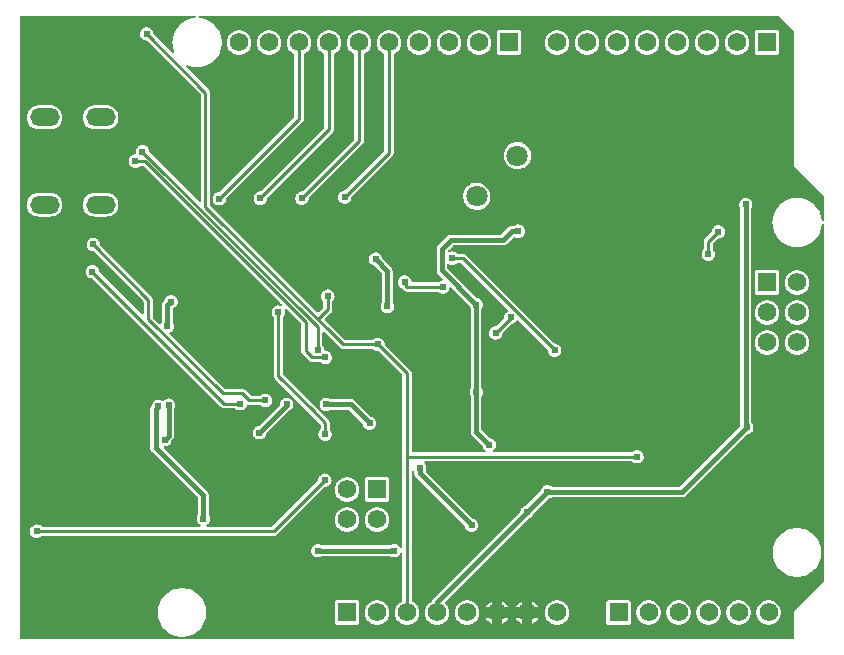
<source format=gbl>
G04 Layer: BottomLayer*
G04 EasyEDA v6.5.51, 2025-11-10 16:22:34*
G04 edf426586456471d89c25727c5112f57,c2dd228c5626426dab0286b5437c322d,10*
G04 Gerber Generator version 0.2*
G04 Scale: 100 percent, Rotated: No, Reflected: No *
G04 Dimensions in inches *
G04 leading zeros omitted , absolute positions ,3 integer and 6 decimal *
%FSLAX36Y36*%
%MOIN*%

%ADD10C,0.0100*%
%ADD11C,0.0150*%
%ADD12R,0.0620X0.0620*%
%ADD13C,0.0620*%
%ADD14O,0.098425X0.059055*%
%ADD15C,0.0709*%
%ADD16C,0.0244*%
%ADD17C,0.0109*%

%LPD*%
G36*
X14200Y10200D02*
G01*
X12660Y10500D01*
X11379Y11379D01*
X10500Y12660D01*
X10200Y14200D01*
X10200Y2085800D01*
X10500Y2087340D01*
X11379Y2088620D01*
X12660Y2089500D01*
X14200Y2089800D01*
X591160Y2089800D01*
X592860Y2089420D01*
X594240Y2088340D01*
X595020Y2086800D01*
X595080Y2085040D01*
X594380Y2083440D01*
X593080Y2082300D01*
X591400Y2081800D01*
X590700Y2081759D01*
X583480Y2080620D01*
X575160Y2078460D01*
X573980Y2078080D01*
X567080Y2075420D01*
X565960Y2074920D01*
X559380Y2071579D01*
X552120Y2066940D01*
X551140Y2066220D01*
X544480Y2060740D01*
X539260Y2055520D01*
X533780Y2048860D01*
X533060Y2047880D01*
X528420Y2040620D01*
X525080Y2034040D01*
X524580Y2032920D01*
X521920Y2026020D01*
X521540Y2024840D01*
X519380Y2016519D01*
X518220Y2009220D01*
X517700Y2000620D01*
X517700Y1999379D01*
X518220Y1990780D01*
X519380Y1983480D01*
X521540Y1975160D01*
X521920Y1973980D01*
X523700Y1969360D01*
X523960Y1967840D01*
X523640Y1966320D01*
X522760Y1965060D01*
X521460Y1964220D01*
X519940Y1963920D01*
X518420Y1964240D01*
X517140Y1965100D01*
X455500Y2026720D01*
X454700Y2027880D01*
X454340Y2029220D01*
X454060Y2032520D01*
X453120Y2036200D01*
X451540Y2039660D01*
X449420Y2042800D01*
X446800Y2045540D01*
X443740Y2047800D01*
X440340Y2049520D01*
X436719Y2050620D01*
X432960Y2051120D01*
X429159Y2050940D01*
X425439Y2050140D01*
X421920Y2048740D01*
X418680Y2046740D01*
X415840Y2044240D01*
X413440Y2041279D01*
X411599Y2037960D01*
X410340Y2034379D01*
X409700Y2030640D01*
X409700Y2026840D01*
X410340Y2023100D01*
X411599Y2019520D01*
X413440Y2016200D01*
X415840Y2013240D01*
X418680Y2010740D01*
X421920Y2008740D01*
X425439Y2007340D01*
X429159Y2006540D01*
X431320Y2006440D01*
X432760Y2006100D01*
X433980Y2005280D01*
X611620Y1827620D01*
X612500Y1826320D01*
X612800Y1824780D01*
X612800Y1472800D01*
X612500Y1471279D01*
X611620Y1469980D01*
X610340Y1469120D01*
X608800Y1468800D01*
X607260Y1469120D01*
X605980Y1469980D01*
X441500Y1634440D01*
X440700Y1635580D01*
X440340Y1636940D01*
X440060Y1640240D01*
X439120Y1643920D01*
X437540Y1647380D01*
X435420Y1650520D01*
X432800Y1653260D01*
X429739Y1655520D01*
X426340Y1657240D01*
X422720Y1658340D01*
X418960Y1658820D01*
X415160Y1658660D01*
X411440Y1657860D01*
X407920Y1656440D01*
X404680Y1654460D01*
X401840Y1651940D01*
X399440Y1649000D01*
X397600Y1645680D01*
X396340Y1642100D01*
X395700Y1638360D01*
X395700Y1634560D01*
X396140Y1631940D01*
X396060Y1630240D01*
X395300Y1628740D01*
X394000Y1627680D01*
X392360Y1627260D01*
X391160Y1627200D01*
X387440Y1626399D01*
X383920Y1625000D01*
X380680Y1623000D01*
X377840Y1620500D01*
X375439Y1617540D01*
X373600Y1614220D01*
X372340Y1610640D01*
X371700Y1606900D01*
X371700Y1603100D01*
X372340Y1599360D01*
X373600Y1595780D01*
X375439Y1592460D01*
X377840Y1589500D01*
X380680Y1587000D01*
X383920Y1585000D01*
X387440Y1583600D01*
X391160Y1582800D01*
X394960Y1582620D01*
X398720Y1583120D01*
X402340Y1584220D01*
X405740Y1585940D01*
X408560Y1588020D01*
X409680Y1588600D01*
X410940Y1588800D01*
X419739Y1588800D01*
X421280Y1588500D01*
X422580Y1587620D01*
X881080Y1129120D01*
X882020Y1127640D01*
X882240Y1125900D01*
X881680Y1124240D01*
X880460Y1122960D01*
X878840Y1122340D01*
X877080Y1122480D01*
X875720Y1122880D01*
X871960Y1123380D01*
X868160Y1123200D01*
X864440Y1122400D01*
X860920Y1121000D01*
X857680Y1119000D01*
X854840Y1116500D01*
X852440Y1113540D01*
X850600Y1110220D01*
X849340Y1106640D01*
X848700Y1102900D01*
X848700Y1099100D01*
X849340Y1095360D01*
X850600Y1091780D01*
X852440Y1088460D01*
X854920Y1085420D01*
X855580Y1084240D01*
X855800Y1082900D01*
X855800Y889200D01*
X856120Y886040D01*
X856979Y883199D01*
X858379Y880560D01*
X860400Y878120D01*
X1010639Y727880D01*
X1011500Y726580D01*
X1011800Y725040D01*
X1011800Y713100D01*
X1011580Y711780D01*
X1010920Y710600D01*
X1008439Y707540D01*
X1006600Y704220D01*
X1005340Y700639D01*
X1004700Y696900D01*
X1004700Y693100D01*
X1005340Y689360D01*
X1006600Y685780D01*
X1008439Y682460D01*
X1010840Y679500D01*
X1013680Y677000D01*
X1016919Y675000D01*
X1020440Y673600D01*
X1024160Y672800D01*
X1027960Y672620D01*
X1031720Y673120D01*
X1035340Y674220D01*
X1038740Y675939D01*
X1041800Y678199D01*
X1044419Y680939D01*
X1046540Y684080D01*
X1048120Y687540D01*
X1049060Y691220D01*
X1049400Y695000D01*
X1049060Y698780D01*
X1048120Y702460D01*
X1046540Y705920D01*
X1044419Y709060D01*
X1043319Y710220D01*
X1042500Y711500D01*
X1042200Y712980D01*
X1042200Y732800D01*
X1041900Y735960D01*
X1041020Y738800D01*
X1039620Y741440D01*
X1037620Y743880D01*
X887380Y894120D01*
X886500Y895420D01*
X886200Y896960D01*
X886200Y1083000D01*
X886480Y1084500D01*
X887320Y1085780D01*
X888420Y1086940D01*
X890540Y1090080D01*
X892120Y1093540D01*
X893060Y1097220D01*
X893400Y1101000D01*
X893060Y1104780D01*
X892420Y1107240D01*
X892360Y1108960D01*
X893040Y1110560D01*
X894320Y1111720D01*
X895960Y1112240D01*
X897680Y1112000D01*
X899120Y1111080D01*
X946620Y1063580D01*
X947500Y1062280D01*
X947800Y1060740D01*
X947800Y971200D01*
X948120Y968040D01*
X948980Y965200D01*
X950380Y962560D01*
X952400Y960120D01*
X973120Y939400D01*
X975560Y937380D01*
X978199Y935980D01*
X981040Y935120D01*
X984200Y934800D01*
X1009000Y934800D01*
X1010400Y934539D01*
X1011640Y933800D01*
X1013680Y932000D01*
X1016919Y930000D01*
X1020440Y928600D01*
X1024160Y927800D01*
X1027960Y927620D01*
X1031720Y928120D01*
X1035340Y929220D01*
X1038740Y930939D01*
X1041800Y933199D01*
X1044419Y935939D01*
X1046540Y939080D01*
X1048120Y942540D01*
X1049060Y946220D01*
X1049400Y950000D01*
X1049060Y953780D01*
X1048120Y957460D01*
X1046540Y960920D01*
X1044419Y964060D01*
X1041800Y966800D01*
X1038740Y969060D01*
X1035340Y970780D01*
X1031720Y971880D01*
X1027700Y972400D01*
X1026400Y972800D01*
X1025320Y973600D01*
X1024560Y974720D01*
X1024220Y976040D01*
X1024060Y977780D01*
X1023120Y981460D01*
X1021540Y984920D01*
X1019419Y988060D01*
X1018319Y989220D01*
X1017480Y990500D01*
X1017200Y992000D01*
X1017200Y1031640D01*
X1017500Y1033180D01*
X1018379Y1034479D01*
X1019659Y1035340D01*
X1021200Y1035639D01*
X1022740Y1035340D01*
X1024020Y1034479D01*
X1075120Y983400D01*
X1077560Y981380D01*
X1080200Y979980D01*
X1083040Y979120D01*
X1086200Y978800D01*
X1185000Y978800D01*
X1186400Y978540D01*
X1187640Y977800D01*
X1189680Y976000D01*
X1192920Y974000D01*
X1196440Y972600D01*
X1200160Y971800D01*
X1202320Y971700D01*
X1203760Y971360D01*
X1204980Y970540D01*
X1283620Y891880D01*
X1284500Y890580D01*
X1284800Y889040D01*
X1284800Y317220D01*
X1284500Y315700D01*
X1283660Y314420D01*
X1282380Y313540D01*
X1280880Y313220D01*
X1279360Y313500D01*
X1278040Y314320D01*
X1277160Y315580D01*
X1276540Y316920D01*
X1274420Y320060D01*
X1271800Y322800D01*
X1268740Y325060D01*
X1265340Y326780D01*
X1261720Y327879D01*
X1257960Y328380D01*
X1254160Y328200D01*
X1250440Y327400D01*
X1246920Y326000D01*
X1244160Y324300D01*
X1243160Y323860D01*
X1242060Y323700D01*
X1016900Y323700D01*
X1015660Y323900D01*
X1013740Y325060D01*
X1010340Y326780D01*
X1006720Y327879D01*
X1002960Y328380D01*
X999160Y328200D01*
X995440Y327400D01*
X991919Y326000D01*
X988680Y324000D01*
X985840Y321500D01*
X983439Y318540D01*
X981600Y315220D01*
X980340Y311640D01*
X979700Y307900D01*
X979700Y304100D01*
X980340Y300360D01*
X981600Y296780D01*
X983439Y293460D01*
X985840Y290500D01*
X988680Y288000D01*
X991919Y286000D01*
X995440Y284600D01*
X999160Y283800D01*
X1002960Y283620D01*
X1006720Y284120D01*
X1010340Y285220D01*
X1013740Y286940D01*
X1015660Y288100D01*
X1016900Y288300D01*
X1242060Y288300D01*
X1243160Y288140D01*
X1244160Y287700D01*
X1246920Y286000D01*
X1250440Y284600D01*
X1254160Y283800D01*
X1257960Y283620D01*
X1261720Y284120D01*
X1265340Y285220D01*
X1268740Y286940D01*
X1271800Y289200D01*
X1274420Y291940D01*
X1276540Y295080D01*
X1277160Y296420D01*
X1278040Y297680D01*
X1279360Y298500D01*
X1280880Y298780D01*
X1282380Y298460D01*
X1283660Y297580D01*
X1284500Y296300D01*
X1284800Y294780D01*
X1284800Y140820D01*
X1284520Y139380D01*
X1283740Y138120D01*
X1282560Y137240D01*
X1279400Y135680D01*
X1274920Y132680D01*
X1270880Y129120D01*
X1267320Y125079D01*
X1264320Y120600D01*
X1261940Y115760D01*
X1260220Y110660D01*
X1259160Y105380D01*
X1258800Y100000D01*
X1259160Y94620D01*
X1260220Y89340D01*
X1261940Y84240D01*
X1264320Y79400D01*
X1267320Y74920D01*
X1270880Y70880D01*
X1274920Y67320D01*
X1279400Y64320D01*
X1284240Y61940D01*
X1289340Y60220D01*
X1294620Y59160D01*
X1300000Y58800D01*
X1305380Y59160D01*
X1310660Y60220D01*
X1315760Y61940D01*
X1320600Y64320D01*
X1325080Y67320D01*
X1329120Y70880D01*
X1332680Y74920D01*
X1335680Y79400D01*
X1338060Y84240D01*
X1339780Y89340D01*
X1340840Y94620D01*
X1341200Y100000D01*
X1340840Y105380D01*
X1339780Y110660D01*
X1338060Y115760D01*
X1335680Y120600D01*
X1332680Y125079D01*
X1329120Y129120D01*
X1325080Y132680D01*
X1320600Y135680D01*
X1317440Y137240D01*
X1316260Y138120D01*
X1315480Y139380D01*
X1315200Y140820D01*
X1315200Y568860D01*
X1315580Y570560D01*
X1316620Y571920D01*
X1318140Y572720D01*
X1319880Y572800D01*
X1321480Y572160D01*
X1322640Y570900D01*
X1323740Y569020D01*
X1324160Y568060D01*
X1324300Y567020D01*
X1324319Y563280D01*
X1324780Y559960D01*
X1325820Y556860D01*
X1327420Y554000D01*
X1329620Y551360D01*
X1491960Y389000D01*
X1492680Y388020D01*
X1493080Y386860D01*
X1493340Y385360D01*
X1494600Y381780D01*
X1496440Y378459D01*
X1498839Y375500D01*
X1501680Y373000D01*
X1504920Y371000D01*
X1508440Y369600D01*
X1512160Y368800D01*
X1515960Y368620D01*
X1519720Y369120D01*
X1523340Y370220D01*
X1526740Y371940D01*
X1529800Y374200D01*
X1532420Y376940D01*
X1534540Y380080D01*
X1536120Y383540D01*
X1537060Y387220D01*
X1537400Y391000D01*
X1537060Y394780D01*
X1536120Y398459D01*
X1534540Y401920D01*
X1532420Y405060D01*
X1529800Y407800D01*
X1526740Y410060D01*
X1523340Y411780D01*
X1519720Y412879D01*
X1518020Y413320D01*
X1516940Y414080D01*
X1363000Y568020D01*
X1362120Y569360D01*
X1361840Y570940D01*
X1362200Y572500D01*
X1363120Y574540D01*
X1364060Y578220D01*
X1364400Y582000D01*
X1364060Y585780D01*
X1363120Y589460D01*
X1361540Y592920D01*
X1359420Y596060D01*
X1358500Y597040D01*
X1357660Y598340D01*
X1357380Y599860D01*
X1357700Y601360D01*
X1358580Y602640D01*
X1359860Y603500D01*
X1361380Y603800D01*
X2049000Y603800D01*
X2050400Y603540D01*
X2051639Y602800D01*
X2053680Y601000D01*
X2056920Y599000D01*
X2060440Y597600D01*
X2064160Y596800D01*
X2067960Y596620D01*
X2071720Y597120D01*
X2075340Y598220D01*
X2078740Y599940D01*
X2081800Y602200D01*
X2084420Y604940D01*
X2086540Y608080D01*
X2088120Y611540D01*
X2089060Y615220D01*
X2089400Y619000D01*
X2089060Y622780D01*
X2088120Y626460D01*
X2086540Y629920D01*
X2084420Y633060D01*
X2081800Y635800D01*
X2078740Y638060D01*
X2075340Y639780D01*
X2071720Y640879D01*
X2067960Y641380D01*
X2064160Y641200D01*
X2060440Y640400D01*
X2056920Y639000D01*
X2053680Y637000D01*
X2051639Y635200D01*
X2050400Y634460D01*
X2049000Y634200D01*
X1590120Y634200D01*
X1588500Y634540D01*
X1587160Y635520D01*
X1586320Y636940D01*
X1586140Y638600D01*
X1586639Y640180D01*
X1587740Y641420D01*
X1588800Y642200D01*
X1591420Y644940D01*
X1593540Y648080D01*
X1595120Y651540D01*
X1596060Y655220D01*
X1596399Y659000D01*
X1596060Y662780D01*
X1595120Y666460D01*
X1593540Y669920D01*
X1591420Y673060D01*
X1588800Y675800D01*
X1585740Y678060D01*
X1582340Y679780D01*
X1578720Y680879D01*
X1577020Y681320D01*
X1575940Y682080D01*
X1548880Y709160D01*
X1548000Y710460D01*
X1547700Y711979D01*
X1547700Y818640D01*
X1547880Y819820D01*
X1548380Y820879D01*
X1550540Y824080D01*
X1552120Y827540D01*
X1553060Y831220D01*
X1553400Y835000D01*
X1553060Y838780D01*
X1552120Y842460D01*
X1550540Y845920D01*
X1548380Y849120D01*
X1547880Y850180D01*
X1547700Y851360D01*
X1547700Y1111120D01*
X1547880Y1112300D01*
X1548380Y1113360D01*
X1549540Y1115080D01*
X1551120Y1118540D01*
X1552060Y1122220D01*
X1552400Y1126000D01*
X1552060Y1129780D01*
X1551120Y1133460D01*
X1549540Y1136920D01*
X1547420Y1140060D01*
X1544800Y1142800D01*
X1541740Y1145060D01*
X1538340Y1146780D01*
X1534720Y1147880D01*
X1533020Y1148320D01*
X1531940Y1149080D01*
X1434880Y1246160D01*
X1434000Y1247460D01*
X1433700Y1248980D01*
X1433700Y1258300D01*
X1434060Y1259940D01*
X1435060Y1261300D01*
X1436519Y1262120D01*
X1438200Y1262260D01*
X1439800Y1261700D01*
X1440920Y1261000D01*
X1444440Y1259600D01*
X1448160Y1258800D01*
X1451960Y1258620D01*
X1455720Y1259120D01*
X1459340Y1260220D01*
X1462740Y1261940D01*
X1467480Y1265480D01*
X1469040Y1265800D01*
X1477040Y1265800D01*
X1478580Y1265500D01*
X1479880Y1264620D01*
X1635180Y1109320D01*
X1636000Y1108140D01*
X1636339Y1106740D01*
X1636180Y1105320D01*
X1635520Y1104040D01*
X1634440Y1103080D01*
X1632680Y1102000D01*
X1629840Y1099500D01*
X1627440Y1096540D01*
X1625600Y1093220D01*
X1624340Y1089640D01*
X1623700Y1085900D01*
X1623700Y1082840D01*
X1623380Y1081320D01*
X1622520Y1080020D01*
X1597980Y1055460D01*
X1596759Y1054640D01*
X1595320Y1054300D01*
X1593160Y1054200D01*
X1589440Y1053400D01*
X1585920Y1052000D01*
X1582680Y1050000D01*
X1579840Y1047500D01*
X1577440Y1044539D01*
X1575600Y1041220D01*
X1574340Y1037640D01*
X1573700Y1033900D01*
X1573700Y1030100D01*
X1574340Y1026360D01*
X1575600Y1022780D01*
X1577440Y1019460D01*
X1579840Y1016500D01*
X1582680Y1014000D01*
X1585920Y1012000D01*
X1589440Y1010600D01*
X1593160Y1009800D01*
X1596960Y1009620D01*
X1600720Y1010120D01*
X1604340Y1011220D01*
X1607740Y1012940D01*
X1610800Y1015200D01*
X1613420Y1017940D01*
X1615540Y1021080D01*
X1617120Y1024539D01*
X1618060Y1028220D01*
X1618340Y1031520D01*
X1618700Y1032860D01*
X1619500Y1034000D01*
X1646180Y1060680D01*
X1647260Y1061460D01*
X1648500Y1061820D01*
X1650720Y1062120D01*
X1654340Y1063220D01*
X1657740Y1064940D01*
X1660800Y1067200D01*
X1663420Y1069940D01*
X1665200Y1072580D01*
X1666480Y1073760D01*
X1668140Y1074320D01*
X1669860Y1074100D01*
X1671339Y1073160D01*
X1768520Y975980D01*
X1769379Y974680D01*
X1769700Y973160D01*
X1769700Y972099D01*
X1770340Y968360D01*
X1771600Y964780D01*
X1773440Y961460D01*
X1775840Y958500D01*
X1778680Y956000D01*
X1781920Y954000D01*
X1785440Y952600D01*
X1789160Y951800D01*
X1792960Y951620D01*
X1796720Y952120D01*
X1800340Y953220D01*
X1803740Y954940D01*
X1806800Y957200D01*
X1809420Y959940D01*
X1811540Y963080D01*
X1813120Y966540D01*
X1814060Y970220D01*
X1814400Y974000D01*
X1814060Y977780D01*
X1813120Y981460D01*
X1811540Y984920D01*
X1809420Y988060D01*
X1806800Y990800D01*
X1803740Y993060D01*
X1800340Y994780D01*
X1796720Y995879D01*
X1791339Y996640D01*
X1789960Y997540D01*
X1495880Y1291600D01*
X1493440Y1293620D01*
X1490800Y1295020D01*
X1487960Y1295880D01*
X1484800Y1296200D01*
X1469040Y1296200D01*
X1467480Y1296519D01*
X1462740Y1300060D01*
X1459340Y1301780D01*
X1455720Y1302880D01*
X1451960Y1303380D01*
X1448160Y1303200D01*
X1444440Y1302400D01*
X1442540Y1301639D01*
X1441000Y1301360D01*
X1439480Y1301660D01*
X1438200Y1302540D01*
X1437340Y1303839D01*
X1437040Y1305360D01*
X1437340Y1306879D01*
X1438220Y1308180D01*
X1453160Y1323120D01*
X1454460Y1324000D01*
X1455980Y1324300D01*
X1621680Y1324319D01*
X1625040Y1324780D01*
X1628140Y1325820D01*
X1631000Y1327420D01*
X1633640Y1329620D01*
X1655040Y1351020D01*
X1656540Y1351960D01*
X1658300Y1352160D01*
X1659980Y1351600D01*
X1660920Y1351000D01*
X1664440Y1349600D01*
X1668160Y1348800D01*
X1671960Y1348620D01*
X1675720Y1349120D01*
X1679340Y1350220D01*
X1682740Y1351940D01*
X1685800Y1354199D01*
X1688420Y1356940D01*
X1690540Y1360080D01*
X1692120Y1363540D01*
X1693060Y1367220D01*
X1693400Y1371000D01*
X1693060Y1374780D01*
X1692120Y1378460D01*
X1690540Y1381920D01*
X1688420Y1385060D01*
X1685800Y1387800D01*
X1682740Y1390060D01*
X1679340Y1391780D01*
X1675720Y1392880D01*
X1671960Y1393380D01*
X1668160Y1393200D01*
X1664440Y1392400D01*
X1660920Y1391000D01*
X1658160Y1389300D01*
X1657160Y1388860D01*
X1656080Y1388700D01*
X1649280Y1388680D01*
X1645960Y1388220D01*
X1642860Y1387180D01*
X1640000Y1385580D01*
X1637360Y1383380D01*
X1614840Y1360880D01*
X1613540Y1360000D01*
X1612020Y1359700D01*
X1446320Y1359680D01*
X1442960Y1359220D01*
X1439860Y1358180D01*
X1437000Y1356579D01*
X1434360Y1354379D01*
X1403020Y1323020D01*
X1400960Y1320300D01*
X1399520Y1317380D01*
X1398620Y1314240D01*
X1398300Y1310820D01*
X1398320Y1239320D01*
X1398779Y1235960D01*
X1399820Y1232860D01*
X1401420Y1230000D01*
X1403620Y1227360D01*
X1417220Y1213740D01*
X1418140Y1212320D01*
X1418380Y1210640D01*
X1417900Y1209000D01*
X1416780Y1207720D01*
X1415240Y1207020D01*
X1412440Y1206400D01*
X1408920Y1205000D01*
X1405680Y1203000D01*
X1403640Y1201200D01*
X1402400Y1200460D01*
X1401000Y1200200D01*
X1319220Y1200200D01*
X1317760Y1200480D01*
X1316519Y1201260D01*
X1315620Y1202440D01*
X1315240Y1203860D01*
X1315060Y1205780D01*
X1314120Y1209460D01*
X1312540Y1212920D01*
X1310420Y1216060D01*
X1307800Y1218800D01*
X1304740Y1221060D01*
X1301339Y1222780D01*
X1297720Y1223880D01*
X1293959Y1224380D01*
X1290160Y1224200D01*
X1286440Y1223400D01*
X1282920Y1222000D01*
X1279680Y1220000D01*
X1276840Y1217500D01*
X1274440Y1214540D01*
X1272600Y1211220D01*
X1271340Y1207640D01*
X1270700Y1203900D01*
X1270700Y1200100D01*
X1271340Y1196360D01*
X1272600Y1192780D01*
X1274440Y1189460D01*
X1276840Y1186500D01*
X1280800Y1183060D01*
X1282400Y1181120D01*
X1289120Y1174400D01*
X1291560Y1172380D01*
X1294199Y1170980D01*
X1297040Y1170120D01*
X1300200Y1169800D01*
X1401000Y1169800D01*
X1402400Y1169540D01*
X1403640Y1168800D01*
X1405680Y1167000D01*
X1408920Y1165000D01*
X1412440Y1163600D01*
X1416160Y1162800D01*
X1419960Y1162620D01*
X1423720Y1163120D01*
X1427340Y1164220D01*
X1430740Y1165940D01*
X1433800Y1168200D01*
X1436420Y1170940D01*
X1438540Y1174080D01*
X1440120Y1177540D01*
X1441100Y1181340D01*
X1441860Y1182840D01*
X1443140Y1183900D01*
X1444760Y1184340D01*
X1446399Y1184080D01*
X1447800Y1183160D01*
X1506960Y1124000D01*
X1507680Y1123020D01*
X1508080Y1121860D01*
X1508340Y1120360D01*
X1509600Y1116780D01*
X1512080Y1112300D01*
X1512300Y1111000D01*
X1512300Y848319D01*
X1512180Y847300D01*
X1511800Y846360D01*
X1510600Y844220D01*
X1509340Y840639D01*
X1508700Y836900D01*
X1508700Y833100D01*
X1509340Y829360D01*
X1510600Y825780D01*
X1511800Y823640D01*
X1512180Y822700D01*
X1512300Y821680D01*
X1512320Y702320D01*
X1512780Y698960D01*
X1513820Y695860D01*
X1515420Y693000D01*
X1517620Y690360D01*
X1550960Y657000D01*
X1551680Y656020D01*
X1552080Y654860D01*
X1552340Y653360D01*
X1553600Y649780D01*
X1555440Y646460D01*
X1557840Y643500D01*
X1560460Y641200D01*
X1561420Y639920D01*
X1561800Y638360D01*
X1561560Y636780D01*
X1560700Y635440D01*
X1559379Y634520D01*
X1557820Y634200D01*
X1319199Y634200D01*
X1317660Y634500D01*
X1316380Y635380D01*
X1315500Y636660D01*
X1315200Y638200D01*
X1315200Y896800D01*
X1314880Y899960D01*
X1314019Y902800D01*
X1312620Y905440D01*
X1310600Y907880D01*
X1226500Y991979D01*
X1225700Y993139D01*
X1225340Y994479D01*
X1225060Y997780D01*
X1224120Y1001460D01*
X1222540Y1004920D01*
X1220420Y1008060D01*
X1217800Y1010800D01*
X1214740Y1013060D01*
X1211340Y1014780D01*
X1207720Y1015879D01*
X1203960Y1016380D01*
X1200160Y1016200D01*
X1196440Y1015400D01*
X1192920Y1014000D01*
X1189680Y1012000D01*
X1187640Y1010200D01*
X1186400Y1009460D01*
X1185000Y1009200D01*
X1093960Y1009200D01*
X1092420Y1009500D01*
X1091120Y1010380D01*
X1027159Y1074340D01*
X1026300Y1075640D01*
X1026000Y1077160D01*
X1026300Y1078700D01*
X1027159Y1080000D01*
X1046600Y1099440D01*
X1048620Y1101900D01*
X1050020Y1104520D01*
X1050880Y1107360D01*
X1051200Y1110520D01*
X1051200Y1137000D01*
X1051480Y1138500D01*
X1052320Y1139780D01*
X1053420Y1140940D01*
X1055540Y1144080D01*
X1057120Y1147540D01*
X1058060Y1151220D01*
X1058400Y1155000D01*
X1058060Y1158780D01*
X1057120Y1162460D01*
X1055540Y1165920D01*
X1053420Y1169060D01*
X1050800Y1171800D01*
X1047740Y1174060D01*
X1044340Y1175780D01*
X1040720Y1176880D01*
X1036960Y1177380D01*
X1033160Y1177200D01*
X1029440Y1176400D01*
X1025920Y1175000D01*
X1022680Y1173000D01*
X1019840Y1170500D01*
X1017440Y1167540D01*
X1015600Y1164220D01*
X1014340Y1160640D01*
X1013700Y1156900D01*
X1013700Y1153100D01*
X1014340Y1149360D01*
X1015600Y1145780D01*
X1017440Y1142460D01*
X1019920Y1139420D01*
X1020580Y1138240D01*
X1020800Y1136900D01*
X1020800Y1118280D01*
X1020500Y1116740D01*
X1019620Y1115440D01*
X1005660Y1101480D01*
X1004360Y1100620D01*
X1002840Y1100320D01*
X1001300Y1100620D01*
X1000000Y1101480D01*
X644380Y1457120D01*
X643500Y1458420D01*
X643199Y1459960D01*
X643199Y1832540D01*
X642880Y1835700D01*
X642020Y1838540D01*
X640620Y1841180D01*
X638600Y1843620D01*
X565100Y1917140D01*
X564240Y1918420D01*
X563920Y1919940D01*
X564220Y1921459D01*
X565060Y1922760D01*
X566320Y1923640D01*
X567840Y1923959D01*
X569360Y1923700D01*
X573980Y1921920D01*
X575160Y1921540D01*
X583480Y1919379D01*
X590780Y1918220D01*
X599380Y1917700D01*
X600620Y1917700D01*
X609220Y1918220D01*
X616520Y1919379D01*
X624840Y1921540D01*
X626020Y1921920D01*
X632920Y1924580D01*
X634040Y1925080D01*
X640620Y1928420D01*
X647880Y1933060D01*
X648860Y1933779D01*
X655520Y1939259D01*
X660740Y1944480D01*
X666220Y1951140D01*
X666940Y1952120D01*
X671580Y1959379D01*
X674920Y1965960D01*
X675420Y1967080D01*
X678080Y1973980D01*
X678460Y1975160D01*
X680620Y1983480D01*
X681780Y1990780D01*
X682300Y1999379D01*
X682300Y2000620D01*
X681780Y2009220D01*
X680620Y2016519D01*
X678460Y2024840D01*
X678080Y2026020D01*
X675420Y2032920D01*
X674920Y2034040D01*
X671580Y2040620D01*
X666940Y2047880D01*
X666220Y2048860D01*
X660740Y2055520D01*
X655520Y2060740D01*
X648860Y2066220D01*
X647880Y2066940D01*
X640620Y2071579D01*
X634040Y2074920D01*
X632920Y2075420D01*
X626020Y2078080D01*
X624840Y2078460D01*
X616520Y2080620D01*
X609300Y2081759D01*
X608600Y2081800D01*
X606920Y2082300D01*
X605620Y2083440D01*
X604920Y2085040D01*
X604980Y2086800D01*
X605760Y2088340D01*
X607140Y2089420D01*
X608840Y2089800D01*
X2534120Y2089800D01*
X2535640Y2089500D01*
X2536940Y2088620D01*
X2588620Y2036940D01*
X2589500Y2035640D01*
X2589800Y2034120D01*
X2589800Y1590160D01*
X2589920Y1588660D01*
X2590720Y1585880D01*
X2591800Y1583959D01*
X2592900Y1582680D01*
X2688620Y1486940D01*
X2689500Y1485640D01*
X2689800Y1484120D01*
X2689800Y1408839D01*
X2689420Y1407140D01*
X2688340Y1405760D01*
X2686800Y1404980D01*
X2685040Y1404920D01*
X2683440Y1405620D01*
X2682300Y1406920D01*
X2681800Y1408600D01*
X2681760Y1409300D01*
X2680620Y1416519D01*
X2678460Y1424840D01*
X2678080Y1426020D01*
X2675419Y1432920D01*
X2674920Y1434040D01*
X2671580Y1440620D01*
X2666940Y1447880D01*
X2666220Y1448860D01*
X2660740Y1455520D01*
X2655520Y1460740D01*
X2648860Y1466220D01*
X2647880Y1466940D01*
X2640620Y1471579D01*
X2634040Y1474920D01*
X2632919Y1475420D01*
X2626019Y1478080D01*
X2624840Y1478460D01*
X2616520Y1480620D01*
X2609220Y1481780D01*
X2600620Y1482300D01*
X2599380Y1482300D01*
X2590779Y1481780D01*
X2583480Y1480620D01*
X2575160Y1478460D01*
X2573980Y1478080D01*
X2567080Y1475420D01*
X2565960Y1474920D01*
X2559380Y1471579D01*
X2552120Y1466940D01*
X2551140Y1466220D01*
X2544480Y1460740D01*
X2539260Y1455520D01*
X2533780Y1448860D01*
X2533060Y1447880D01*
X2528420Y1440620D01*
X2525080Y1434040D01*
X2524580Y1432920D01*
X2521920Y1426020D01*
X2521540Y1424840D01*
X2519380Y1416519D01*
X2518220Y1409220D01*
X2517700Y1400620D01*
X2517700Y1399379D01*
X2518220Y1390780D01*
X2519380Y1383480D01*
X2521540Y1375160D01*
X2521920Y1373980D01*
X2524580Y1367080D01*
X2525080Y1365960D01*
X2528420Y1359379D01*
X2533060Y1352120D01*
X2533780Y1351140D01*
X2539260Y1344480D01*
X2544480Y1339259D01*
X2551140Y1333779D01*
X2552120Y1333060D01*
X2559380Y1328420D01*
X2565960Y1325080D01*
X2567080Y1324580D01*
X2573980Y1321920D01*
X2575160Y1321540D01*
X2583480Y1319379D01*
X2590779Y1318220D01*
X2599380Y1317700D01*
X2600620Y1317700D01*
X2609220Y1318220D01*
X2616520Y1319379D01*
X2624840Y1321540D01*
X2626019Y1321920D01*
X2632919Y1324580D01*
X2634040Y1325080D01*
X2640620Y1328420D01*
X2647880Y1333060D01*
X2648860Y1333779D01*
X2655520Y1339259D01*
X2660740Y1344480D01*
X2666220Y1351140D01*
X2666940Y1352120D01*
X2671580Y1359379D01*
X2674920Y1365960D01*
X2675419Y1367080D01*
X2678080Y1373980D01*
X2678460Y1375160D01*
X2680620Y1383480D01*
X2681760Y1390700D01*
X2681800Y1391399D01*
X2682300Y1393080D01*
X2683440Y1394379D01*
X2685040Y1395080D01*
X2686800Y1395020D01*
X2688340Y1394240D01*
X2689420Y1392860D01*
X2689800Y1391160D01*
X2689800Y205880D01*
X2689500Y204360D01*
X2688620Y203060D01*
X2592900Y107320D01*
X2591920Y106180D01*
X2590520Y103640D01*
X2589920Y101519D01*
X2589800Y99840D01*
X2589800Y14200D01*
X2589500Y12660D01*
X2588620Y11379D01*
X2587340Y10500D01*
X2585800Y10200D01*
G37*

%LPC*%
G36*
X549380Y19100D02*
G01*
X550620Y19100D01*
X557840Y19480D01*
X566220Y20740D01*
X567420Y21000D01*
X574420Y22879D01*
X575580Y23260D01*
X582340Y25860D01*
X583460Y26360D01*
X589920Y29640D01*
X597060Y34200D01*
X603680Y39480D01*
X609700Y45420D01*
X610520Y46320D01*
X615800Y52939D01*
X620360Y60080D01*
X623640Y66540D01*
X624140Y67660D01*
X626740Y74420D01*
X627120Y75580D01*
X629000Y82579D01*
X629260Y83780D01*
X630520Y92160D01*
X630900Y99380D01*
X630900Y100620D01*
X630520Y107840D01*
X629260Y116220D01*
X629000Y117420D01*
X627120Y124420D01*
X626740Y125580D01*
X624140Y132340D01*
X623640Y133460D01*
X620360Y139920D01*
X615800Y147060D01*
X610520Y153680D01*
X604580Y159700D01*
X603680Y160520D01*
X597060Y165799D01*
X589920Y170360D01*
X583460Y173640D01*
X582340Y174140D01*
X575580Y176740D01*
X574420Y177120D01*
X567420Y179000D01*
X566220Y179259D01*
X557840Y180520D01*
X550620Y180900D01*
X549380Y180900D01*
X542160Y180520D01*
X533780Y179259D01*
X532580Y179000D01*
X525580Y177120D01*
X524420Y176740D01*
X517660Y174140D01*
X516540Y173640D01*
X510080Y170360D01*
X502939Y165799D01*
X496320Y160520D01*
X490300Y154580D01*
X489480Y153680D01*
X484200Y147060D01*
X479640Y139920D01*
X476360Y133460D01*
X475860Y132340D01*
X473260Y125580D01*
X472879Y124420D01*
X471000Y117420D01*
X470740Y116220D01*
X469480Y107840D01*
X469099Y100620D01*
X469099Y99380D01*
X469480Y92160D01*
X470740Y83780D01*
X471000Y82579D01*
X472879Y75580D01*
X473260Y74420D01*
X475860Y67660D01*
X476360Y66540D01*
X479640Y60080D01*
X484200Y52939D01*
X489480Y46320D01*
X495420Y40300D01*
X496320Y39480D01*
X502939Y34200D01*
X510080Y29640D01*
X516540Y26360D01*
X517660Y25860D01*
X524420Y23260D01*
X525580Y22879D01*
X532580Y21000D01*
X533780Y20740D01*
X542160Y19480D01*
G37*
G36*
X2105000Y58800D02*
G01*
X2110380Y59160D01*
X2115660Y60220D01*
X2120760Y61940D01*
X2125600Y64320D01*
X2130080Y67320D01*
X2134120Y70880D01*
X2137680Y74920D01*
X2140680Y79400D01*
X2143060Y84240D01*
X2144780Y89340D01*
X2145840Y94620D01*
X2146200Y100000D01*
X2145840Y105380D01*
X2144780Y110660D01*
X2143060Y115760D01*
X2140680Y120600D01*
X2137680Y125079D01*
X2134120Y129120D01*
X2130080Y132680D01*
X2125600Y135680D01*
X2120760Y138060D01*
X2115660Y139780D01*
X2110380Y140840D01*
X2105000Y141200D01*
X2099620Y140840D01*
X2094340Y139780D01*
X2089240Y138060D01*
X2084400Y135680D01*
X2079920Y132680D01*
X2075880Y129120D01*
X2072320Y125079D01*
X2069319Y120600D01*
X2066940Y115760D01*
X2065220Y110660D01*
X2064160Y105380D01*
X2063800Y100000D01*
X2064160Y94620D01*
X2065220Y89340D01*
X2066940Y84240D01*
X2069319Y79400D01*
X2072320Y74920D01*
X2075880Y70880D01*
X2079920Y67320D01*
X2084400Y64320D01*
X2089240Y61940D01*
X2094340Y60220D01*
X2099620Y59160D01*
G37*
G36*
X2205000Y58800D02*
G01*
X2210380Y59160D01*
X2215660Y60220D01*
X2220760Y61940D01*
X2225600Y64320D01*
X2230080Y67320D01*
X2234120Y70880D01*
X2237680Y74920D01*
X2240680Y79400D01*
X2243060Y84240D01*
X2244780Y89340D01*
X2245840Y94620D01*
X2246200Y100000D01*
X2245840Y105380D01*
X2244780Y110660D01*
X2243060Y115760D01*
X2240680Y120600D01*
X2237680Y125079D01*
X2234120Y129120D01*
X2230080Y132680D01*
X2225600Y135680D01*
X2220760Y138060D01*
X2215660Y139780D01*
X2210380Y140840D01*
X2205000Y141200D01*
X2199620Y140840D01*
X2194340Y139780D01*
X2189240Y138060D01*
X2184400Y135680D01*
X2179920Y132680D01*
X2175880Y129120D01*
X2172320Y125079D01*
X2169320Y120600D01*
X2166940Y115760D01*
X2165220Y110660D01*
X2164160Y105380D01*
X2163800Y100000D01*
X2164160Y94620D01*
X2165220Y89340D01*
X2166940Y84240D01*
X2169320Y79400D01*
X2172320Y74920D01*
X2175880Y70880D01*
X2179920Y67320D01*
X2184400Y64320D01*
X2189240Y61940D01*
X2194340Y60220D01*
X2199620Y59160D01*
G37*
G36*
X1500000Y58800D02*
G01*
X1505380Y59160D01*
X1510660Y60220D01*
X1515760Y61940D01*
X1520600Y64320D01*
X1525080Y67320D01*
X1529120Y70880D01*
X1532680Y74920D01*
X1535680Y79400D01*
X1538060Y84240D01*
X1539780Y89340D01*
X1540840Y94620D01*
X1541200Y100000D01*
X1540840Y105380D01*
X1539780Y110660D01*
X1538060Y115760D01*
X1535680Y120600D01*
X1532680Y125079D01*
X1529120Y129120D01*
X1525080Y132680D01*
X1520600Y135680D01*
X1515760Y138060D01*
X1510660Y139780D01*
X1505380Y140840D01*
X1500000Y141200D01*
X1494620Y140840D01*
X1489340Y139780D01*
X1484240Y138060D01*
X1479400Y135680D01*
X1474920Y132680D01*
X1470880Y129120D01*
X1467320Y125079D01*
X1464319Y120600D01*
X1461940Y115760D01*
X1460220Y110660D01*
X1459160Y105380D01*
X1458800Y100000D01*
X1459160Y94620D01*
X1460220Y89340D01*
X1461940Y84240D01*
X1464319Y79400D01*
X1467320Y74920D01*
X1470880Y70880D01*
X1474920Y67320D01*
X1479400Y64320D01*
X1484240Y61940D01*
X1489340Y60220D01*
X1494620Y59160D01*
G37*
G36*
X2405000Y58800D02*
G01*
X2410380Y59160D01*
X2415660Y60220D01*
X2420760Y61940D01*
X2425600Y64320D01*
X2430080Y67320D01*
X2434120Y70880D01*
X2437680Y74920D01*
X2440680Y79400D01*
X2443060Y84240D01*
X2444780Y89340D01*
X2445840Y94620D01*
X2446200Y100000D01*
X2445840Y105380D01*
X2444780Y110660D01*
X2443060Y115760D01*
X2440680Y120600D01*
X2437680Y125079D01*
X2434120Y129120D01*
X2430080Y132680D01*
X2425600Y135680D01*
X2420760Y138060D01*
X2415660Y139780D01*
X2410380Y140840D01*
X2405000Y141200D01*
X2399620Y140840D01*
X2394340Y139780D01*
X2389240Y138060D01*
X2384400Y135680D01*
X2379920Y132680D01*
X2375880Y129120D01*
X2372320Y125079D01*
X2369320Y120600D01*
X2366940Y115760D01*
X2365220Y110660D01*
X2364160Y105380D01*
X2363800Y100000D01*
X2364160Y94620D01*
X2365220Y89340D01*
X2366940Y84240D01*
X2369320Y79400D01*
X2372320Y74920D01*
X2375880Y70880D01*
X2379920Y67320D01*
X2384400Y64320D01*
X2389240Y61940D01*
X2394340Y60220D01*
X2399620Y59160D01*
G37*
G36*
X1800000Y58800D02*
G01*
X1805380Y59160D01*
X1810660Y60220D01*
X1815760Y61940D01*
X1820600Y64320D01*
X1825080Y67320D01*
X1829120Y70880D01*
X1832680Y74920D01*
X1835680Y79400D01*
X1838060Y84240D01*
X1839780Y89340D01*
X1840840Y94620D01*
X1841200Y100000D01*
X1840840Y105380D01*
X1839780Y110660D01*
X1838060Y115760D01*
X1835680Y120600D01*
X1832680Y125079D01*
X1829120Y129120D01*
X1825080Y132680D01*
X1820600Y135680D01*
X1815760Y138060D01*
X1810660Y139780D01*
X1805380Y140840D01*
X1800000Y141200D01*
X1794620Y140840D01*
X1789340Y139780D01*
X1784240Y138060D01*
X1779400Y135680D01*
X1774920Y132680D01*
X1770880Y129120D01*
X1767320Y125079D01*
X1764319Y120600D01*
X1761940Y115760D01*
X1760220Y110660D01*
X1759160Y105380D01*
X1758800Y100000D01*
X1759160Y94620D01*
X1760220Y89340D01*
X1761940Y84240D01*
X1764319Y79400D01*
X1767320Y74920D01*
X1770880Y70880D01*
X1774920Y67320D01*
X1779400Y64320D01*
X1784240Y61940D01*
X1789340Y60220D01*
X1794620Y59160D01*
G37*
G36*
X2305000Y58800D02*
G01*
X2310380Y59160D01*
X2315660Y60220D01*
X2320760Y61940D01*
X2325600Y64320D01*
X2330080Y67320D01*
X2334120Y70880D01*
X2337680Y74920D01*
X2340680Y79400D01*
X2343060Y84240D01*
X2344780Y89340D01*
X2345840Y94620D01*
X2346200Y100000D01*
X2345840Y105380D01*
X2344780Y110660D01*
X2343060Y115760D01*
X2340680Y120600D01*
X2337680Y125079D01*
X2334120Y129120D01*
X2330080Y132680D01*
X2325600Y135680D01*
X2320760Y138060D01*
X2315660Y139780D01*
X2310380Y140840D01*
X2305000Y141200D01*
X2299620Y140840D01*
X2294340Y139780D01*
X2289240Y138060D01*
X2284400Y135680D01*
X2279920Y132680D01*
X2275880Y129120D01*
X2272320Y125079D01*
X2269320Y120600D01*
X2266940Y115760D01*
X2265220Y110660D01*
X2264160Y105380D01*
X2263800Y100000D01*
X2264160Y94620D01*
X2265220Y89340D01*
X2266940Y84240D01*
X2269320Y79400D01*
X2272320Y74920D01*
X2275880Y70880D01*
X2279920Y67320D01*
X2284400Y64320D01*
X2289240Y61940D01*
X2294340Y60220D01*
X2299620Y59160D01*
G37*
G36*
X1200000Y58800D02*
G01*
X1205380Y59160D01*
X1210660Y60220D01*
X1215760Y61940D01*
X1220600Y64320D01*
X1225080Y67320D01*
X1229120Y70880D01*
X1232680Y74920D01*
X1235680Y79400D01*
X1238060Y84240D01*
X1239780Y89340D01*
X1240840Y94620D01*
X1241200Y100000D01*
X1240840Y105380D01*
X1239780Y110660D01*
X1238060Y115760D01*
X1235680Y120600D01*
X1232680Y125079D01*
X1229120Y129120D01*
X1225080Y132680D01*
X1220600Y135680D01*
X1215760Y138060D01*
X1210660Y139780D01*
X1205380Y140840D01*
X1200000Y141200D01*
X1194620Y140840D01*
X1189340Y139780D01*
X1184240Y138060D01*
X1179400Y135680D01*
X1174920Y132680D01*
X1170880Y129120D01*
X1167320Y125079D01*
X1164320Y120600D01*
X1161940Y115760D01*
X1160220Y110660D01*
X1159160Y105380D01*
X1158800Y100000D01*
X1159160Y94620D01*
X1160220Y89340D01*
X1161940Y84240D01*
X1164320Y79400D01*
X1167320Y74920D01*
X1170880Y70880D01*
X1174920Y67320D01*
X1179400Y64320D01*
X1184240Y61940D01*
X1189340Y60220D01*
X1194620Y59160D01*
G37*
G36*
X2505000Y58800D02*
G01*
X2510380Y59160D01*
X2515660Y60220D01*
X2520760Y61940D01*
X2525600Y64320D01*
X2530080Y67320D01*
X2534120Y70880D01*
X2537680Y74920D01*
X2540680Y79400D01*
X2543060Y84240D01*
X2544780Y89340D01*
X2545840Y94620D01*
X2546200Y100000D01*
X2545840Y105380D01*
X2544780Y110660D01*
X2543060Y115760D01*
X2540680Y120600D01*
X2537680Y125079D01*
X2534120Y129120D01*
X2530080Y132680D01*
X2525600Y135680D01*
X2520760Y138060D01*
X2515660Y139780D01*
X2510380Y140840D01*
X2505000Y141200D01*
X2499620Y140840D01*
X2494340Y139780D01*
X2489240Y138060D01*
X2484400Y135680D01*
X2479920Y132680D01*
X2475880Y129120D01*
X2472320Y125079D01*
X2469320Y120600D01*
X2466940Y115760D01*
X2465220Y110660D01*
X2464160Y105380D01*
X2463800Y100000D01*
X2464160Y94620D01*
X2465220Y89340D01*
X2466940Y84240D01*
X2469320Y79400D01*
X2472320Y74920D01*
X2475880Y70880D01*
X2479920Y67320D01*
X2484400Y64320D01*
X2489240Y61940D01*
X2494340Y60220D01*
X2499620Y59160D01*
G37*
G36*
X1974220Y58800D02*
G01*
X2035780Y58800D01*
X2038260Y59080D01*
X2040420Y59840D01*
X2042340Y61040D01*
X2043959Y62660D01*
X2045160Y64580D01*
X2045920Y66740D01*
X2046200Y69220D01*
X2046200Y130780D01*
X2045920Y133260D01*
X2045160Y135420D01*
X2043959Y137340D01*
X2042340Y138960D01*
X2040420Y140160D01*
X2038260Y140920D01*
X2035780Y141200D01*
X1974220Y141200D01*
X1971740Y140920D01*
X1969580Y140160D01*
X1967660Y138960D01*
X1966040Y137340D01*
X1964840Y135420D01*
X1964079Y133260D01*
X1963800Y130780D01*
X1963800Y69220D01*
X1964079Y66740D01*
X1964840Y64580D01*
X1966040Y62660D01*
X1967660Y61040D01*
X1969580Y59840D01*
X1971740Y59080D01*
G37*
G36*
X1069220Y58800D02*
G01*
X1130780Y58800D01*
X1133260Y59080D01*
X1135420Y59840D01*
X1137340Y61040D01*
X1138960Y62660D01*
X1140160Y64580D01*
X1140920Y66740D01*
X1141200Y69220D01*
X1141200Y130780D01*
X1140920Y133260D01*
X1140160Y135420D01*
X1138960Y137340D01*
X1137340Y138960D01*
X1135420Y140160D01*
X1133260Y140920D01*
X1130780Y141200D01*
X1069220Y141200D01*
X1066740Y140920D01*
X1064580Y140160D01*
X1062660Y138960D01*
X1061040Y137340D01*
X1059840Y135420D01*
X1059080Y133260D01*
X1058800Y130780D01*
X1058800Y69220D01*
X1059080Y66740D01*
X1059840Y64580D01*
X1061040Y62660D01*
X1062660Y61040D01*
X1064580Y59840D01*
X1066740Y59080D01*
G37*
G36*
X1400000Y58800D02*
G01*
X1405380Y59160D01*
X1410660Y60220D01*
X1415760Y61940D01*
X1420600Y64320D01*
X1425080Y67320D01*
X1429120Y70880D01*
X1432680Y74920D01*
X1435680Y79400D01*
X1438060Y84240D01*
X1439780Y89340D01*
X1440840Y94620D01*
X1441200Y100000D01*
X1440840Y105380D01*
X1439780Y110660D01*
X1438060Y115760D01*
X1435680Y120600D01*
X1432680Y125079D01*
X1429120Y129120D01*
X1427560Y130500D01*
X1426579Y131800D01*
X1426200Y133380D01*
X1426480Y134980D01*
X1427360Y136340D01*
X1701940Y410920D01*
X1703020Y411680D01*
X1704720Y412120D01*
X1708340Y413220D01*
X1711740Y414940D01*
X1714800Y417200D01*
X1717420Y419940D01*
X1719540Y423080D01*
X1721120Y426540D01*
X1722080Y430280D01*
X1722480Y431260D01*
X1723120Y432100D01*
X1769940Y478920D01*
X1771020Y479680D01*
X1772720Y480120D01*
X1776339Y481220D01*
X1779740Y482939D01*
X1781660Y484099D01*
X1782900Y484300D01*
X2217680Y484320D01*
X2221060Y484780D01*
X2224140Y485820D01*
X2227000Y487420D01*
X2229640Y489620D01*
X2433940Y693920D01*
X2435020Y694680D01*
X2436720Y695120D01*
X2440340Y696220D01*
X2443740Y697940D01*
X2446800Y700200D01*
X2449420Y702940D01*
X2451540Y706080D01*
X2453120Y709539D01*
X2454060Y713220D01*
X2454400Y717000D01*
X2454060Y720780D01*
X2453120Y724460D01*
X2451540Y727920D01*
X2449420Y731060D01*
X2447820Y732740D01*
X2446980Y734020D01*
X2446700Y735520D01*
X2446700Y1445120D01*
X2446880Y1446300D01*
X2447380Y1447360D01*
X2448540Y1449079D01*
X2450120Y1452540D01*
X2451060Y1456220D01*
X2451400Y1460000D01*
X2451060Y1463779D01*
X2450120Y1467460D01*
X2448540Y1470920D01*
X2446420Y1474060D01*
X2443800Y1476800D01*
X2440740Y1479060D01*
X2437340Y1480780D01*
X2433720Y1481879D01*
X2429960Y1482380D01*
X2426160Y1482200D01*
X2422440Y1481399D01*
X2418920Y1480000D01*
X2415680Y1478000D01*
X2412840Y1475500D01*
X2410440Y1472540D01*
X2408600Y1469220D01*
X2407340Y1465640D01*
X2406700Y1461900D01*
X2406700Y1458100D01*
X2407340Y1454360D01*
X2408600Y1450780D01*
X2411080Y1446300D01*
X2411300Y1445000D01*
X2411300Y726060D01*
X2411080Y724740D01*
X2410340Y722640D01*
X2410080Y721140D01*
X2409680Y719980D01*
X2408960Y719000D01*
X2210840Y520880D01*
X2209540Y520000D01*
X2208020Y519700D01*
X1782900Y519700D01*
X1781660Y519900D01*
X1779740Y521060D01*
X1776339Y522780D01*
X1772720Y523880D01*
X1768959Y524380D01*
X1765160Y524200D01*
X1761440Y523400D01*
X1757920Y522000D01*
X1754680Y520000D01*
X1751840Y517500D01*
X1749440Y514540D01*
X1747600Y511220D01*
X1746339Y507640D01*
X1746080Y506140D01*
X1745680Y504980D01*
X1744960Y504000D01*
X1698020Y457040D01*
X1697100Y456360D01*
X1696040Y455959D01*
X1693440Y455400D01*
X1689920Y454000D01*
X1686680Y452000D01*
X1683839Y449500D01*
X1681440Y446540D01*
X1679600Y443220D01*
X1678340Y439640D01*
X1678080Y438140D01*
X1677680Y436980D01*
X1676960Y436000D01*
X1387020Y146020D01*
X1384940Y143280D01*
X1383839Y141180D01*
X1383040Y138780D01*
X1382260Y137420D01*
X1381000Y136460D01*
X1379400Y135680D01*
X1374920Y132680D01*
X1370880Y129120D01*
X1367320Y125079D01*
X1364319Y120600D01*
X1361940Y115760D01*
X1360220Y110660D01*
X1359160Y105380D01*
X1358800Y100000D01*
X1359160Y94620D01*
X1360220Y89340D01*
X1361940Y84240D01*
X1364319Y79400D01*
X1367320Y74920D01*
X1370880Y70880D01*
X1374920Y67320D01*
X1379400Y64320D01*
X1384240Y61940D01*
X1389340Y60220D01*
X1394620Y59160D01*
G37*
G36*
X1582000Y63040D02*
G01*
X1582000Y82000D01*
X1563040Y82000D01*
X1564319Y79400D01*
X1567320Y74920D01*
X1570880Y70880D01*
X1574920Y67320D01*
X1579400Y64320D01*
G37*
G36*
X1718000Y63040D02*
G01*
X1720600Y64320D01*
X1725080Y67320D01*
X1729120Y70880D01*
X1732680Y74920D01*
X1735680Y79400D01*
X1736960Y82000D01*
X1718000Y82000D01*
G37*
G36*
X1618000Y63040D02*
G01*
X1620600Y64320D01*
X1625080Y67320D01*
X1629120Y70880D01*
X1632680Y74920D01*
X1635680Y79400D01*
X1636960Y82000D01*
X1618000Y82000D01*
G37*
G36*
X1682000Y63040D02*
G01*
X1682000Y82000D01*
X1663040Y82000D01*
X1664319Y79400D01*
X1667320Y74920D01*
X1670880Y70880D01*
X1674920Y67320D01*
X1679400Y64320D01*
G37*
G36*
X1563040Y118000D02*
G01*
X1582000Y118000D01*
X1582000Y136960D01*
X1579400Y135680D01*
X1574920Y132680D01*
X1570880Y129120D01*
X1567320Y125079D01*
X1564319Y120600D01*
G37*
G36*
X1718000Y118000D02*
G01*
X1736960Y118000D01*
X1735680Y120600D01*
X1732680Y125079D01*
X1729120Y129120D01*
X1725080Y132680D01*
X1720600Y135680D01*
X1718000Y136960D01*
G37*
G36*
X1663040Y118000D02*
G01*
X1682000Y118000D01*
X1682000Y136960D01*
X1679400Y135680D01*
X1674920Y132680D01*
X1670880Y129120D01*
X1667320Y125079D01*
X1664319Y120600D01*
G37*
G36*
X1618000Y118000D02*
G01*
X1636960Y118000D01*
X1635680Y120600D01*
X1632680Y125079D01*
X1629120Y129120D01*
X1625080Y132680D01*
X1620600Y135680D01*
X1618000Y136960D01*
G37*
G36*
X2599380Y218760D02*
G01*
X2600620Y218760D01*
X2609100Y219259D01*
X2616300Y220400D01*
X2617500Y220660D01*
X2624520Y222540D01*
X2625680Y222920D01*
X2633600Y226020D01*
X2641160Y229940D01*
X2647260Y233920D01*
X2653900Y239220D01*
X2654820Y240040D01*
X2659960Y245180D01*
X2660779Y246100D01*
X2666080Y252740D01*
X2670059Y258840D01*
X2673980Y266400D01*
X2677080Y274320D01*
X2677460Y275480D01*
X2679340Y282500D01*
X2679600Y283700D01*
X2680740Y290900D01*
X2681240Y299380D01*
X2681240Y300620D01*
X2680740Y309100D01*
X2679600Y316300D01*
X2679340Y317500D01*
X2677460Y324520D01*
X2677080Y325680D01*
X2673980Y333600D01*
X2670059Y341160D01*
X2666080Y347260D01*
X2660779Y353900D01*
X2659960Y354820D01*
X2654820Y359960D01*
X2653900Y360780D01*
X2647260Y366079D01*
X2641160Y370060D01*
X2633600Y373980D01*
X2625680Y377080D01*
X2624520Y377460D01*
X2617500Y379340D01*
X2616300Y379600D01*
X2609100Y380740D01*
X2600620Y381240D01*
X2599380Y381240D01*
X2590899Y380740D01*
X2583700Y379600D01*
X2582500Y379340D01*
X2575480Y377460D01*
X2574320Y377080D01*
X2566400Y373980D01*
X2558840Y370060D01*
X2552740Y366079D01*
X2546100Y360780D01*
X2545180Y359960D01*
X2540040Y354820D01*
X2539220Y353900D01*
X2533920Y347260D01*
X2529940Y341160D01*
X2526020Y333600D01*
X2522920Y325680D01*
X2522540Y324520D01*
X2520660Y317500D01*
X2520400Y316300D01*
X2519260Y309100D01*
X2518760Y300620D01*
X2518760Y299380D01*
X2519260Y290900D01*
X2520400Y283700D01*
X2520660Y282500D01*
X2522540Y275480D01*
X2522920Y274320D01*
X2526020Y266400D01*
X2529940Y258840D01*
X2533920Y252740D01*
X2539220Y246100D01*
X2540040Y245180D01*
X2545180Y240040D01*
X2546100Y239220D01*
X2552740Y233920D01*
X2558840Y229940D01*
X2566400Y226020D01*
X2574320Y222920D01*
X2575480Y222540D01*
X2582500Y220660D01*
X2583700Y220400D01*
X2590899Y219259D01*
G37*
G36*
X66160Y348620D02*
G01*
X69920Y349120D01*
X73540Y350220D01*
X76940Y351940D01*
X81679Y355480D01*
X83240Y355800D01*
X855800Y355800D01*
X858960Y356120D01*
X861800Y356980D01*
X864440Y358380D01*
X866880Y360400D01*
X1023960Y517460D01*
X1025340Y518360D01*
X1030720Y519120D01*
X1034340Y520220D01*
X1037740Y521940D01*
X1040800Y524200D01*
X1043420Y526940D01*
X1045540Y530080D01*
X1047120Y533540D01*
X1048060Y537220D01*
X1048400Y541000D01*
X1048060Y544780D01*
X1047120Y548460D01*
X1045540Y551920D01*
X1043420Y555060D01*
X1040800Y557800D01*
X1037740Y560060D01*
X1034340Y561780D01*
X1030720Y562880D01*
X1026960Y563380D01*
X1023160Y563200D01*
X1019440Y562400D01*
X1015920Y561000D01*
X1012680Y559000D01*
X1009840Y556500D01*
X1007440Y553540D01*
X1005600Y550220D01*
X1004340Y546640D01*
X1003700Y542900D01*
X1003700Y541840D01*
X1003379Y540320D01*
X1002520Y539020D01*
X850879Y387380D01*
X849580Y386500D01*
X848040Y386200D01*
X634220Y386200D01*
X632500Y386599D01*
X631100Y387680D01*
X630320Y389280D01*
X630300Y391040D01*
X631060Y392640D01*
X635800Y396200D01*
X638420Y398940D01*
X640540Y402080D01*
X642120Y405540D01*
X643060Y409219D01*
X643400Y413000D01*
X643060Y416780D01*
X642120Y420460D01*
X640540Y423920D01*
X639380Y425640D01*
X638880Y426700D01*
X638700Y427879D01*
X638680Y490680D01*
X638220Y494040D01*
X637180Y497140D01*
X635580Y500000D01*
X633380Y502640D01*
X489200Y646840D01*
X488320Y648160D01*
X488020Y649720D01*
X488360Y651280D01*
X489280Y652580D01*
X490620Y653420D01*
X492200Y653660D01*
X492960Y653620D01*
X496719Y654120D01*
X500340Y655220D01*
X503740Y656940D01*
X506800Y659200D01*
X509420Y661940D01*
X511540Y665080D01*
X513120Y668540D01*
X514080Y672280D01*
X514480Y673240D01*
X515120Y674080D01*
X518000Y677000D01*
X520040Y679700D01*
X521480Y682620D01*
X522380Y685759D01*
X522700Y689180D01*
X522700Y776120D01*
X522879Y777300D01*
X523380Y778360D01*
X524540Y780080D01*
X526120Y783540D01*
X527060Y787220D01*
X527400Y791000D01*
X527060Y794780D01*
X526120Y798460D01*
X524540Y801919D01*
X522420Y805060D01*
X519799Y807800D01*
X516740Y810060D01*
X513340Y811780D01*
X509720Y812880D01*
X505959Y813379D01*
X502160Y813199D01*
X498440Y812400D01*
X494920Y811000D01*
X491680Y809000D01*
X487580Y805400D01*
X486140Y804940D01*
X484620Y805020D01*
X482740Y806060D01*
X479340Y807780D01*
X475720Y808880D01*
X471960Y809380D01*
X468160Y809200D01*
X464440Y808400D01*
X460920Y807000D01*
X457680Y805000D01*
X454840Y802500D01*
X452440Y799539D01*
X450600Y796220D01*
X449340Y792640D01*
X449000Y790759D01*
X448740Y789840D01*
X448260Y789020D01*
X446960Y787300D01*
X445520Y784380D01*
X444620Y781240D01*
X444300Y777820D01*
X444320Y648319D01*
X444780Y644960D01*
X445820Y641860D01*
X447420Y639000D01*
X449620Y636360D01*
X602120Y483840D01*
X603000Y482540D01*
X603300Y481019D01*
X603300Y428000D01*
X603080Y426700D01*
X600600Y422220D01*
X599340Y418640D01*
X598700Y414900D01*
X598700Y411100D01*
X599340Y407360D01*
X600600Y403780D01*
X602440Y400460D01*
X604840Y397500D01*
X607680Y395000D01*
X609940Y393600D01*
X611180Y392420D01*
X611800Y390820D01*
X611700Y389120D01*
X610880Y387600D01*
X609520Y386560D01*
X607840Y386200D01*
X83240Y386200D01*
X81679Y386520D01*
X76940Y390060D01*
X73540Y391780D01*
X69920Y392879D01*
X66160Y393380D01*
X62360Y393200D01*
X58640Y392400D01*
X55119Y391000D01*
X51880Y389000D01*
X49040Y386500D01*
X46640Y383540D01*
X44800Y380220D01*
X43540Y376640D01*
X42900Y372900D01*
X42900Y369099D01*
X43540Y365360D01*
X44800Y361780D01*
X46640Y358459D01*
X49040Y355500D01*
X51880Y353000D01*
X55119Y351000D01*
X58640Y349600D01*
X62360Y348800D01*
G37*
G36*
X1200000Y368800D02*
G01*
X1205380Y369159D01*
X1210660Y370220D01*
X1215760Y371940D01*
X1220600Y374320D01*
X1225080Y377320D01*
X1229120Y380880D01*
X1232680Y384920D01*
X1235680Y389400D01*
X1238060Y394240D01*
X1239780Y399340D01*
X1240840Y404620D01*
X1241200Y410000D01*
X1240840Y415379D01*
X1239780Y420660D01*
X1238060Y425760D01*
X1235680Y430600D01*
X1232680Y435080D01*
X1229120Y439120D01*
X1225080Y442680D01*
X1220600Y445680D01*
X1215760Y448060D01*
X1210660Y449780D01*
X1205380Y450840D01*
X1200000Y451200D01*
X1194620Y450840D01*
X1189340Y449780D01*
X1184240Y448060D01*
X1179400Y445680D01*
X1174920Y442680D01*
X1170880Y439120D01*
X1167320Y435080D01*
X1164320Y430600D01*
X1161940Y425760D01*
X1160220Y420660D01*
X1159160Y415379D01*
X1158800Y410000D01*
X1159160Y404620D01*
X1160220Y399340D01*
X1161940Y394240D01*
X1164320Y389400D01*
X1167320Y384920D01*
X1170880Y380880D01*
X1174920Y377320D01*
X1179400Y374320D01*
X1184240Y371940D01*
X1189340Y370220D01*
X1194620Y369159D01*
G37*
G36*
X1100000Y368800D02*
G01*
X1105380Y369159D01*
X1110660Y370220D01*
X1115760Y371940D01*
X1120600Y374320D01*
X1125080Y377320D01*
X1129120Y380880D01*
X1132680Y384920D01*
X1135680Y389400D01*
X1138060Y394240D01*
X1139780Y399340D01*
X1140840Y404620D01*
X1141200Y410000D01*
X1140840Y415379D01*
X1139780Y420660D01*
X1138060Y425760D01*
X1135680Y430600D01*
X1132680Y435080D01*
X1129120Y439120D01*
X1125080Y442680D01*
X1120600Y445680D01*
X1115760Y448060D01*
X1110660Y449780D01*
X1105380Y450840D01*
X1100000Y451200D01*
X1094620Y450840D01*
X1089340Y449780D01*
X1084240Y448060D01*
X1079400Y445680D01*
X1074920Y442680D01*
X1070880Y439120D01*
X1067320Y435080D01*
X1064320Y430600D01*
X1061940Y425760D01*
X1060220Y420660D01*
X1059160Y415379D01*
X1058800Y410000D01*
X1059160Y404620D01*
X1060220Y399340D01*
X1061940Y394240D01*
X1064320Y389400D01*
X1067320Y384920D01*
X1070880Y380880D01*
X1074920Y377320D01*
X1079400Y374320D01*
X1084240Y371940D01*
X1089340Y370220D01*
X1094620Y369159D01*
G37*
G36*
X1100000Y468800D02*
G01*
X1105380Y469159D01*
X1110660Y470220D01*
X1115760Y471940D01*
X1120600Y474320D01*
X1125080Y477320D01*
X1129120Y480880D01*
X1132680Y484920D01*
X1135680Y489400D01*
X1138060Y494240D01*
X1139780Y499340D01*
X1140840Y504620D01*
X1141200Y510000D01*
X1140840Y515379D01*
X1139780Y520660D01*
X1138060Y525760D01*
X1135680Y530600D01*
X1132680Y535080D01*
X1129120Y539120D01*
X1125080Y542680D01*
X1120600Y545680D01*
X1115760Y548060D01*
X1110660Y549780D01*
X1105380Y550840D01*
X1100000Y551200D01*
X1094620Y550840D01*
X1089340Y549780D01*
X1084240Y548060D01*
X1079400Y545680D01*
X1074920Y542680D01*
X1070880Y539120D01*
X1067320Y535080D01*
X1064320Y530600D01*
X1061940Y525760D01*
X1060220Y520660D01*
X1059160Y515379D01*
X1058800Y510000D01*
X1059160Y504620D01*
X1060220Y499340D01*
X1061940Y494240D01*
X1064320Y489400D01*
X1067320Y484920D01*
X1070880Y480880D01*
X1074920Y477320D01*
X1079400Y474320D01*
X1084240Y471940D01*
X1089340Y470220D01*
X1094620Y469159D01*
G37*
G36*
X1169220Y468800D02*
G01*
X1230780Y468800D01*
X1233260Y469080D01*
X1235420Y469840D01*
X1237340Y471040D01*
X1238960Y472660D01*
X1240160Y474580D01*
X1240920Y476740D01*
X1241200Y479219D01*
X1241200Y540780D01*
X1240920Y543260D01*
X1240160Y545420D01*
X1238960Y547340D01*
X1237340Y548960D01*
X1235420Y550160D01*
X1233260Y550920D01*
X1230780Y551200D01*
X1169220Y551200D01*
X1166740Y550920D01*
X1164580Y550160D01*
X1162660Y548960D01*
X1161040Y547340D01*
X1159840Y545420D01*
X1159080Y543260D01*
X1158800Y540780D01*
X1158800Y479219D01*
X1159080Y476740D01*
X1159840Y474580D01*
X1161040Y472660D01*
X1162660Y471040D01*
X1164580Y469840D01*
X1166740Y469080D01*
G37*
G36*
X808960Y676620D02*
G01*
X812720Y677120D01*
X816340Y678220D01*
X819740Y679940D01*
X822800Y682200D01*
X825420Y684940D01*
X827540Y688080D01*
X829120Y691540D01*
X830080Y695280D01*
X830480Y696260D01*
X831120Y697099D01*
X906700Y772680D01*
X907740Y773420D01*
X910740Y774940D01*
X913800Y777200D01*
X916420Y779940D01*
X918540Y783080D01*
X920120Y786540D01*
X921060Y790220D01*
X921400Y794000D01*
X921060Y797780D01*
X920120Y801460D01*
X918540Y804920D01*
X916420Y808060D01*
X913800Y810800D01*
X910740Y813060D01*
X907340Y814780D01*
X903720Y815879D01*
X899960Y816380D01*
X896160Y816200D01*
X892440Y815400D01*
X888920Y814000D01*
X885680Y812000D01*
X882840Y809500D01*
X880440Y806540D01*
X878600Y803220D01*
X877340Y799640D01*
X876700Y795900D01*
X876700Y794380D01*
X876380Y792840D01*
X875520Y791560D01*
X806020Y722039D01*
X805100Y721360D01*
X804040Y720960D01*
X801440Y720400D01*
X797920Y719000D01*
X794680Y717000D01*
X791840Y714500D01*
X789440Y711540D01*
X787600Y708220D01*
X786340Y704640D01*
X785699Y700900D01*
X785699Y697099D01*
X786340Y693360D01*
X787600Y689780D01*
X789440Y686460D01*
X791840Y683500D01*
X794680Y681000D01*
X797920Y679000D01*
X801440Y677600D01*
X805160Y676800D01*
G37*
G36*
X1175960Y708620D02*
G01*
X1179720Y709120D01*
X1183340Y710220D01*
X1186740Y711940D01*
X1189800Y714200D01*
X1192420Y716940D01*
X1194540Y720080D01*
X1196120Y723540D01*
X1197060Y727220D01*
X1197400Y731000D01*
X1197060Y734780D01*
X1196120Y738460D01*
X1194540Y741919D01*
X1192420Y745060D01*
X1189800Y747800D01*
X1186740Y750060D01*
X1183340Y751780D01*
X1179720Y752880D01*
X1178020Y753319D01*
X1176940Y754080D01*
X1124020Y806979D01*
X1121300Y809040D01*
X1118380Y810480D01*
X1115260Y811380D01*
X1111820Y811700D01*
X1045900Y811700D01*
X1044659Y811900D01*
X1042740Y813060D01*
X1039340Y814780D01*
X1035720Y815879D01*
X1031960Y816380D01*
X1028160Y816200D01*
X1024440Y815400D01*
X1020920Y814000D01*
X1017680Y812000D01*
X1014840Y809500D01*
X1012440Y806540D01*
X1010600Y803220D01*
X1009340Y799640D01*
X1008700Y795900D01*
X1008700Y792099D01*
X1009340Y788360D01*
X1010600Y784780D01*
X1012440Y781460D01*
X1014840Y778500D01*
X1017680Y776000D01*
X1020920Y774000D01*
X1024440Y772600D01*
X1028160Y771800D01*
X1031960Y771620D01*
X1035720Y772120D01*
X1039340Y773220D01*
X1042740Y774940D01*
X1044659Y776100D01*
X1045900Y776300D01*
X1103020Y776300D01*
X1104540Y776000D01*
X1105840Y775120D01*
X1151960Y729000D01*
X1152680Y728020D01*
X1153080Y726860D01*
X1153340Y725360D01*
X1154600Y721780D01*
X1156440Y718460D01*
X1158840Y715500D01*
X1161680Y713000D01*
X1164920Y711000D01*
X1168440Y709599D01*
X1172160Y708800D01*
G37*
G36*
X744960Y773620D02*
G01*
X748720Y774120D01*
X752340Y775220D01*
X755740Y776940D01*
X758800Y779200D01*
X761420Y781940D01*
X763540Y785080D01*
X765120Y788540D01*
X765360Y789479D01*
X766060Y790920D01*
X767280Y791960D01*
X768800Y792460D01*
X770400Y792300D01*
X771040Y792120D01*
X774200Y791800D01*
X810000Y791800D01*
X811400Y791540D01*
X812640Y790800D01*
X814680Y789000D01*
X817920Y787000D01*
X821440Y785600D01*
X825160Y784800D01*
X828960Y784620D01*
X832720Y785120D01*
X836340Y786220D01*
X839740Y787940D01*
X842800Y790200D01*
X845420Y792940D01*
X847540Y796080D01*
X849120Y799539D01*
X850060Y803220D01*
X850400Y807000D01*
X850060Y810780D01*
X849120Y814460D01*
X847540Y817920D01*
X845420Y821060D01*
X842800Y823800D01*
X839740Y826060D01*
X836340Y827780D01*
X832720Y828880D01*
X828960Y829380D01*
X825160Y829200D01*
X821440Y828400D01*
X817920Y827000D01*
X814680Y825000D01*
X812640Y823199D01*
X811400Y822460D01*
X810000Y822200D01*
X781960Y822200D01*
X780420Y822500D01*
X779120Y823379D01*
X761880Y840600D01*
X759440Y842620D01*
X756800Y844020D01*
X753960Y844880D01*
X750800Y845200D01*
X692960Y845200D01*
X691420Y845500D01*
X690120Y846380D01*
X508560Y1027940D01*
X507720Y1029180D01*
X507380Y1030660D01*
X507620Y1032140D01*
X508400Y1033420D01*
X509580Y1034340D01*
X512740Y1035939D01*
X515800Y1038199D01*
X518420Y1040939D01*
X520540Y1044080D01*
X522120Y1047540D01*
X523060Y1051220D01*
X523400Y1055000D01*
X523060Y1058780D01*
X522120Y1062460D01*
X520540Y1065920D01*
X519380Y1067640D01*
X518880Y1068700D01*
X518700Y1069880D01*
X518700Y1111860D01*
X518980Y1113300D01*
X519739Y1114560D01*
X520920Y1115440D01*
X524740Y1117340D01*
X527800Y1119600D01*
X530420Y1122340D01*
X532540Y1125480D01*
X534120Y1128940D01*
X535060Y1132620D01*
X535400Y1136400D01*
X535060Y1140180D01*
X534120Y1143860D01*
X532540Y1147320D01*
X530420Y1150460D01*
X527800Y1153200D01*
X524740Y1155460D01*
X521340Y1157180D01*
X517720Y1158280D01*
X513960Y1158780D01*
X510160Y1158600D01*
X506440Y1157800D01*
X502920Y1156400D01*
X499680Y1154400D01*
X496840Y1151900D01*
X494440Y1148940D01*
X492600Y1145620D01*
X491340Y1142040D01*
X491079Y1140540D01*
X490700Y1139400D01*
X489980Y1138420D01*
X488000Y1136400D01*
X485959Y1133700D01*
X484520Y1130780D01*
X483620Y1127640D01*
X483300Y1124220D01*
X483300Y1070000D01*
X483080Y1068700D01*
X479720Y1062680D01*
X478420Y1061740D01*
X476860Y1061380D01*
X475280Y1061680D01*
X473940Y1062560D01*
X453380Y1083120D01*
X452500Y1084420D01*
X452200Y1085960D01*
X452200Y1142800D01*
X451900Y1145920D01*
X451040Y1148780D01*
X449640Y1151400D01*
X447640Y1153860D01*
X277500Y1324920D01*
X276720Y1326060D01*
X276360Y1327400D01*
X276060Y1330780D01*
X275120Y1334460D01*
X273540Y1337920D01*
X271420Y1341060D01*
X268800Y1343800D01*
X265740Y1346060D01*
X262340Y1347780D01*
X258720Y1348880D01*
X254960Y1349379D01*
X251160Y1349199D01*
X247440Y1348400D01*
X243920Y1347000D01*
X240680Y1345000D01*
X237840Y1342500D01*
X235440Y1339540D01*
X233600Y1336220D01*
X232340Y1332640D01*
X231700Y1328899D01*
X231700Y1325100D01*
X232340Y1321360D01*
X233600Y1317780D01*
X235440Y1314460D01*
X237840Y1311500D01*
X240680Y1309000D01*
X243920Y1307000D01*
X247440Y1305600D01*
X251160Y1304800D01*
X253240Y1304700D01*
X254680Y1304360D01*
X255900Y1303520D01*
X420640Y1137900D01*
X421500Y1136600D01*
X421800Y1135080D01*
X421800Y1096160D01*
X421500Y1094620D01*
X420620Y1093320D01*
X419340Y1092460D01*
X417800Y1092160D01*
X416260Y1092460D01*
X414980Y1093320D01*
X274500Y1233800D01*
X273700Y1234940D01*
X273340Y1236280D01*
X273060Y1239580D01*
X272120Y1243260D01*
X270540Y1246720D01*
X268420Y1249860D01*
X265800Y1252600D01*
X262740Y1254860D01*
X259340Y1256580D01*
X255720Y1257680D01*
X251960Y1258180D01*
X248160Y1258000D01*
X244440Y1257200D01*
X240920Y1255800D01*
X237680Y1253800D01*
X234840Y1251300D01*
X232440Y1248340D01*
X230600Y1245020D01*
X229340Y1241440D01*
X228700Y1237700D01*
X228700Y1233900D01*
X229340Y1230160D01*
X230600Y1226580D01*
X232440Y1223260D01*
X234840Y1220300D01*
X237680Y1217800D01*
X240920Y1215800D01*
X244440Y1214400D01*
X248160Y1213600D01*
X250320Y1213500D01*
X251759Y1213160D01*
X252979Y1212340D01*
X679920Y785400D01*
X682360Y783379D01*
X685000Y781979D01*
X687840Y781120D01*
X691000Y780800D01*
X726000Y780800D01*
X727400Y780540D01*
X728640Y779800D01*
X730680Y778000D01*
X733920Y776000D01*
X737440Y774599D01*
X741160Y773800D01*
G37*
G36*
X2500000Y958800D02*
G01*
X2505380Y959160D01*
X2510660Y960220D01*
X2515760Y961940D01*
X2520600Y964320D01*
X2525080Y967320D01*
X2529120Y970879D01*
X2532680Y974920D01*
X2535680Y979400D01*
X2538060Y984240D01*
X2539780Y989340D01*
X2540840Y994620D01*
X2541200Y1000000D01*
X2540840Y1005380D01*
X2539780Y1010660D01*
X2538060Y1015759D01*
X2535680Y1020600D01*
X2532680Y1025080D01*
X2529120Y1029120D01*
X2525080Y1032680D01*
X2520600Y1035680D01*
X2515760Y1038060D01*
X2510660Y1039780D01*
X2505380Y1040840D01*
X2500000Y1041200D01*
X2494620Y1040840D01*
X2489340Y1039780D01*
X2484240Y1038060D01*
X2479400Y1035680D01*
X2474920Y1032680D01*
X2470880Y1029120D01*
X2467320Y1025080D01*
X2464320Y1020600D01*
X2461940Y1015759D01*
X2460220Y1010660D01*
X2459160Y1005380D01*
X2458800Y1000000D01*
X2459160Y994620D01*
X2460220Y989340D01*
X2461940Y984240D01*
X2464320Y979400D01*
X2467320Y974920D01*
X2470880Y970879D01*
X2474920Y967320D01*
X2479400Y964320D01*
X2484240Y961940D01*
X2489340Y960220D01*
X2494620Y959160D01*
G37*
G36*
X2600000Y958800D02*
G01*
X2605380Y959160D01*
X2610659Y960220D01*
X2615760Y961940D01*
X2620600Y964320D01*
X2625080Y967320D01*
X2629120Y970879D01*
X2632679Y974920D01*
X2635680Y979400D01*
X2638060Y984240D01*
X2639780Y989340D01*
X2640840Y994620D01*
X2641200Y1000000D01*
X2640840Y1005380D01*
X2639780Y1010660D01*
X2638060Y1015759D01*
X2635680Y1020600D01*
X2632679Y1025080D01*
X2629120Y1029120D01*
X2625080Y1032680D01*
X2620600Y1035680D01*
X2615760Y1038060D01*
X2610659Y1039780D01*
X2605380Y1040840D01*
X2600000Y1041200D01*
X2594620Y1040840D01*
X2589340Y1039780D01*
X2584240Y1038060D01*
X2579400Y1035680D01*
X2574920Y1032680D01*
X2570880Y1029120D01*
X2567320Y1025080D01*
X2564320Y1020600D01*
X2561940Y1015759D01*
X2560220Y1010660D01*
X2559160Y1005380D01*
X2558800Y1000000D01*
X2559160Y994620D01*
X2560220Y989340D01*
X2561940Y984240D01*
X2564320Y979400D01*
X2567320Y974920D01*
X2570880Y970879D01*
X2574920Y967320D01*
X2579400Y964320D01*
X2584240Y961940D01*
X2589340Y960220D01*
X2594620Y959160D01*
G37*
G36*
X2500000Y1058800D02*
G01*
X2505380Y1059160D01*
X2510660Y1060220D01*
X2515760Y1061940D01*
X2520600Y1064320D01*
X2525080Y1067320D01*
X2529120Y1070880D01*
X2532680Y1074920D01*
X2535680Y1079400D01*
X2538060Y1084240D01*
X2539780Y1089340D01*
X2540840Y1094620D01*
X2541200Y1100000D01*
X2540840Y1105380D01*
X2539780Y1110660D01*
X2538060Y1115760D01*
X2535680Y1120600D01*
X2532680Y1125080D01*
X2529120Y1129120D01*
X2525080Y1132680D01*
X2520600Y1135680D01*
X2515760Y1138060D01*
X2510660Y1139780D01*
X2505380Y1140840D01*
X2500000Y1141200D01*
X2494620Y1140840D01*
X2489340Y1139780D01*
X2484240Y1138060D01*
X2479400Y1135680D01*
X2474920Y1132680D01*
X2470880Y1129120D01*
X2467320Y1125080D01*
X2464320Y1120600D01*
X2461940Y1115760D01*
X2460220Y1110660D01*
X2459160Y1105380D01*
X2458800Y1100000D01*
X2459160Y1094620D01*
X2460220Y1089340D01*
X2461940Y1084240D01*
X2464320Y1079400D01*
X2467320Y1074920D01*
X2470880Y1070880D01*
X2474920Y1067320D01*
X2479400Y1064320D01*
X2484240Y1061940D01*
X2489340Y1060220D01*
X2494620Y1059160D01*
G37*
G36*
X2600000Y1058800D02*
G01*
X2605380Y1059160D01*
X2610659Y1060220D01*
X2615760Y1061940D01*
X2620600Y1064320D01*
X2625080Y1067320D01*
X2629120Y1070880D01*
X2632679Y1074920D01*
X2635680Y1079400D01*
X2638060Y1084240D01*
X2639780Y1089340D01*
X2640840Y1094620D01*
X2641200Y1100000D01*
X2640840Y1105380D01*
X2639780Y1110660D01*
X2638060Y1115760D01*
X2635680Y1120600D01*
X2632679Y1125080D01*
X2629120Y1129120D01*
X2625080Y1132680D01*
X2620600Y1135680D01*
X2615760Y1138060D01*
X2610659Y1139780D01*
X2605380Y1140840D01*
X2600000Y1141200D01*
X2594620Y1140840D01*
X2589340Y1139780D01*
X2584240Y1138060D01*
X2579400Y1135680D01*
X2574920Y1132680D01*
X2570880Y1129120D01*
X2567320Y1125080D01*
X2564320Y1120600D01*
X2561940Y1115760D01*
X2560220Y1110660D01*
X2559160Y1105380D01*
X2558800Y1100000D01*
X2559160Y1094620D01*
X2560220Y1089340D01*
X2561940Y1084240D01*
X2564320Y1079400D01*
X2567320Y1074920D01*
X2570880Y1070880D01*
X2574920Y1067320D01*
X2579400Y1064320D01*
X2584240Y1061940D01*
X2589340Y1060220D01*
X2594620Y1059160D01*
G37*
G36*
X1234960Y1097620D02*
G01*
X1238720Y1098120D01*
X1242340Y1099220D01*
X1245740Y1100940D01*
X1248800Y1103200D01*
X1251420Y1105940D01*
X1253540Y1109080D01*
X1255120Y1112540D01*
X1256060Y1116220D01*
X1256400Y1120000D01*
X1256060Y1123780D01*
X1255120Y1127460D01*
X1253540Y1130920D01*
X1252380Y1132640D01*
X1251880Y1133700D01*
X1251700Y1134880D01*
X1251680Y1239680D01*
X1251220Y1243040D01*
X1250180Y1246140D01*
X1248580Y1249000D01*
X1246380Y1251640D01*
X1218120Y1279900D01*
X1217480Y1280740D01*
X1217080Y1281720D01*
X1216120Y1285460D01*
X1214540Y1288920D01*
X1212420Y1292060D01*
X1209800Y1294800D01*
X1206740Y1297060D01*
X1203340Y1298779D01*
X1199720Y1299880D01*
X1195960Y1300380D01*
X1192160Y1300200D01*
X1188440Y1299400D01*
X1184920Y1298000D01*
X1181680Y1296000D01*
X1178840Y1293500D01*
X1176440Y1290540D01*
X1174600Y1287220D01*
X1173340Y1283640D01*
X1172700Y1279900D01*
X1172700Y1276100D01*
X1173340Y1272360D01*
X1174600Y1268780D01*
X1176440Y1265460D01*
X1178840Y1262500D01*
X1181680Y1260000D01*
X1184920Y1258000D01*
X1188440Y1256600D01*
X1191040Y1256040D01*
X1192100Y1255640D01*
X1193020Y1254960D01*
X1215120Y1232840D01*
X1216000Y1231540D01*
X1216300Y1230020D01*
X1216300Y1135000D01*
X1216080Y1133700D01*
X1213600Y1129220D01*
X1212340Y1125640D01*
X1211700Y1121900D01*
X1211700Y1118100D01*
X1212340Y1114360D01*
X1213600Y1110780D01*
X1215440Y1107460D01*
X1217840Y1104500D01*
X1220680Y1102000D01*
X1223920Y1100000D01*
X1227440Y1098600D01*
X1231160Y1097800D01*
G37*
G36*
X2600000Y1158800D02*
G01*
X2605380Y1159160D01*
X2610659Y1160220D01*
X2615760Y1161940D01*
X2620600Y1164320D01*
X2625080Y1167320D01*
X2629120Y1170880D01*
X2632679Y1174920D01*
X2635680Y1179400D01*
X2638060Y1184240D01*
X2639780Y1189340D01*
X2640840Y1194620D01*
X2641200Y1200000D01*
X2640840Y1205380D01*
X2639780Y1210660D01*
X2638060Y1215760D01*
X2635680Y1220600D01*
X2632679Y1225080D01*
X2629120Y1229120D01*
X2625080Y1232680D01*
X2620600Y1235680D01*
X2615760Y1238060D01*
X2610659Y1239780D01*
X2605380Y1240840D01*
X2600000Y1241200D01*
X2594620Y1240840D01*
X2589340Y1239780D01*
X2584240Y1238060D01*
X2579400Y1235680D01*
X2574920Y1232680D01*
X2570880Y1229120D01*
X2567320Y1225080D01*
X2564320Y1220600D01*
X2561940Y1215760D01*
X2560220Y1210660D01*
X2559160Y1205380D01*
X2558800Y1200000D01*
X2559160Y1194620D01*
X2560220Y1189340D01*
X2561940Y1184240D01*
X2564320Y1179400D01*
X2567320Y1174920D01*
X2570880Y1170880D01*
X2574920Y1167320D01*
X2579400Y1164320D01*
X2584240Y1161940D01*
X2589340Y1160220D01*
X2594620Y1159160D01*
G37*
G36*
X2469220Y1158800D02*
G01*
X2530780Y1158800D01*
X2533260Y1159080D01*
X2535420Y1159840D01*
X2537340Y1161040D01*
X2538960Y1162660D01*
X2540160Y1164580D01*
X2540920Y1166740D01*
X2541200Y1169220D01*
X2541200Y1230780D01*
X2540920Y1233260D01*
X2540160Y1235420D01*
X2538960Y1237340D01*
X2537340Y1238960D01*
X2535420Y1240160D01*
X2533260Y1240920D01*
X2530780Y1241200D01*
X2469220Y1241200D01*
X2466740Y1240920D01*
X2464580Y1240160D01*
X2462660Y1238960D01*
X2461040Y1237340D01*
X2459840Y1235420D01*
X2459080Y1233260D01*
X2458800Y1230780D01*
X2458800Y1169220D01*
X2459080Y1166740D01*
X2459840Y1164580D01*
X2461040Y1162660D01*
X2462660Y1161040D01*
X2464580Y1159840D01*
X2466740Y1159080D01*
G37*
G36*
X2304960Y1272620D02*
G01*
X2308720Y1273120D01*
X2312340Y1274220D01*
X2315740Y1275940D01*
X2318800Y1278200D01*
X2321420Y1280940D01*
X2323540Y1284079D01*
X2325120Y1287540D01*
X2326060Y1291220D01*
X2326400Y1295000D01*
X2326060Y1298779D01*
X2325120Y1302460D01*
X2323540Y1305920D01*
X2321420Y1309060D01*
X2320320Y1310220D01*
X2319480Y1311500D01*
X2319200Y1313000D01*
X2319200Y1327040D01*
X2319500Y1328580D01*
X2320380Y1329880D01*
X2335960Y1345460D01*
X2337340Y1346360D01*
X2342720Y1347120D01*
X2346340Y1348220D01*
X2349740Y1349940D01*
X2352800Y1352200D01*
X2355420Y1354940D01*
X2357540Y1358080D01*
X2359120Y1361540D01*
X2360060Y1365220D01*
X2360400Y1369000D01*
X2360060Y1372780D01*
X2359120Y1376459D01*
X2357540Y1379920D01*
X2355420Y1383060D01*
X2352800Y1385800D01*
X2349740Y1388060D01*
X2346340Y1389780D01*
X2342720Y1390880D01*
X2338960Y1391380D01*
X2335160Y1391200D01*
X2331440Y1390400D01*
X2327920Y1389000D01*
X2324680Y1387000D01*
X2321840Y1384500D01*
X2319440Y1381540D01*
X2317600Y1378220D01*
X2316340Y1374640D01*
X2315700Y1370900D01*
X2315700Y1369840D01*
X2315380Y1368320D01*
X2314520Y1367020D01*
X2293400Y1345880D01*
X2291380Y1343440D01*
X2289980Y1340800D01*
X2289120Y1337960D01*
X2288800Y1334800D01*
X2288800Y1313100D01*
X2288580Y1311759D01*
X2287920Y1310580D01*
X2285440Y1307540D01*
X2283600Y1304220D01*
X2282340Y1300640D01*
X2281700Y1296900D01*
X2281700Y1293100D01*
X2282340Y1289360D01*
X2283600Y1285780D01*
X2285440Y1282460D01*
X2287840Y1279500D01*
X2290680Y1277000D01*
X2293920Y1275000D01*
X2297440Y1273600D01*
X2301160Y1272800D01*
G37*
G36*
X259000Y1419560D02*
G01*
X298120Y1419560D01*
X303420Y1419900D01*
X308520Y1420920D01*
X313440Y1422600D01*
X318100Y1424900D01*
X322420Y1427780D01*
X326320Y1431200D01*
X329760Y1435100D01*
X332640Y1439420D01*
X334940Y1444079D01*
X336599Y1449000D01*
X337620Y1454100D01*
X337960Y1459280D01*
X337620Y1464480D01*
X336599Y1469560D01*
X334940Y1474480D01*
X332640Y1479139D01*
X329760Y1483460D01*
X326320Y1487380D01*
X322420Y1490800D01*
X318100Y1493680D01*
X313440Y1495980D01*
X308520Y1497660D01*
X303420Y1498660D01*
X298120Y1499019D01*
X259000Y1499019D01*
X253680Y1498660D01*
X248600Y1497660D01*
X243680Y1495980D01*
X239020Y1493680D01*
X234700Y1490800D01*
X230780Y1487380D01*
X227360Y1483460D01*
X224480Y1479139D01*
X222180Y1474480D01*
X220500Y1469560D01*
X219500Y1464480D01*
X219160Y1459280D01*
X219500Y1454100D01*
X220500Y1449000D01*
X222180Y1444079D01*
X224480Y1439420D01*
X227360Y1435100D01*
X230780Y1431200D01*
X234700Y1427780D01*
X239020Y1424900D01*
X243680Y1422600D01*
X248600Y1420920D01*
X253680Y1419900D01*
G37*
G36*
X72000Y1419560D02*
G01*
X111100Y1419560D01*
X116420Y1419900D01*
X121519Y1420920D01*
X126440Y1422600D01*
X131100Y1424900D01*
X135420Y1427780D01*
X139320Y1431200D01*
X142740Y1435100D01*
X145640Y1439420D01*
X147920Y1444079D01*
X149600Y1449000D01*
X150620Y1454100D01*
X150960Y1459280D01*
X150620Y1464480D01*
X149600Y1469560D01*
X147920Y1474480D01*
X145640Y1479139D01*
X142740Y1483460D01*
X139320Y1487380D01*
X135420Y1490800D01*
X131100Y1493680D01*
X126440Y1495980D01*
X121519Y1497660D01*
X116420Y1498660D01*
X111100Y1499019D01*
X72000Y1499019D01*
X66680Y1498660D01*
X61580Y1497660D01*
X56660Y1495980D01*
X52000Y1493680D01*
X47680Y1490800D01*
X43780Y1487380D01*
X40359Y1483460D01*
X37460Y1479139D01*
X35160Y1474480D01*
X33500Y1469560D01*
X32480Y1464480D01*
X32140Y1459280D01*
X32480Y1454100D01*
X33500Y1449000D01*
X35160Y1444079D01*
X37460Y1439420D01*
X40359Y1435100D01*
X43780Y1431200D01*
X47680Y1427780D01*
X52000Y1424900D01*
X56660Y1422600D01*
X61580Y1420920D01*
X66680Y1419900D01*
G37*
G36*
X1530640Y1441480D02*
G01*
X1536360Y1441660D01*
X1542020Y1442540D01*
X1547520Y1444139D01*
X1552780Y1446420D01*
X1557720Y1449340D01*
X1562240Y1452840D01*
X1566300Y1456900D01*
X1569800Y1461420D01*
X1572720Y1466360D01*
X1575000Y1471620D01*
X1576600Y1477120D01*
X1577500Y1482780D01*
X1577680Y1488500D01*
X1577140Y1494220D01*
X1575880Y1499800D01*
X1573940Y1505200D01*
X1571339Y1510300D01*
X1568120Y1515040D01*
X1564340Y1519340D01*
X1560040Y1523120D01*
X1555300Y1526339D01*
X1550200Y1528940D01*
X1544800Y1530880D01*
X1539220Y1532140D01*
X1533500Y1532680D01*
X1527780Y1532500D01*
X1522120Y1531600D01*
X1516620Y1530000D01*
X1511360Y1527720D01*
X1506420Y1524800D01*
X1501900Y1521300D01*
X1497840Y1517240D01*
X1494340Y1512720D01*
X1491420Y1507780D01*
X1489139Y1502520D01*
X1487540Y1497020D01*
X1486660Y1491360D01*
X1486480Y1485640D01*
X1487000Y1479940D01*
X1488260Y1474340D01*
X1490200Y1468959D01*
X1492800Y1463839D01*
X1496020Y1459100D01*
X1499820Y1454820D01*
X1504100Y1451020D01*
X1508839Y1447800D01*
X1513959Y1445200D01*
X1519340Y1443260D01*
X1524940Y1442000D01*
G37*
G36*
X674960Y1456620D02*
G01*
X678720Y1457120D01*
X682340Y1458220D01*
X685740Y1459940D01*
X688800Y1462200D01*
X691420Y1464940D01*
X693540Y1468080D01*
X695120Y1471540D01*
X696060Y1475220D01*
X696340Y1478520D01*
X696700Y1479860D01*
X697500Y1481020D01*
X950600Y1734120D01*
X952620Y1736560D01*
X954020Y1739199D01*
X954880Y1742040D01*
X955200Y1745200D01*
X955200Y1959180D01*
X955480Y1960620D01*
X956260Y1961879D01*
X957440Y1962760D01*
X960600Y1964319D01*
X965080Y1967320D01*
X969120Y1970880D01*
X972680Y1974920D01*
X975680Y1979400D01*
X978060Y1984240D01*
X979780Y1989340D01*
X980840Y1994620D01*
X981200Y2000000D01*
X980840Y2005380D01*
X979780Y2010660D01*
X978060Y2015760D01*
X975680Y2020600D01*
X972680Y2025080D01*
X969120Y2029120D01*
X965080Y2032680D01*
X960600Y2035680D01*
X955759Y2038060D01*
X950660Y2039780D01*
X945380Y2040840D01*
X940000Y2041200D01*
X934620Y2040840D01*
X929340Y2039780D01*
X924240Y2038060D01*
X919400Y2035680D01*
X914920Y2032680D01*
X910879Y2029120D01*
X907320Y2025080D01*
X904320Y2020600D01*
X901940Y2015760D01*
X900220Y2010660D01*
X899160Y2005380D01*
X898800Y2000000D01*
X899160Y1994620D01*
X900220Y1989340D01*
X901940Y1984240D01*
X904320Y1979400D01*
X907320Y1974920D01*
X910879Y1970880D01*
X914920Y1967320D01*
X919400Y1964319D01*
X922560Y1962760D01*
X923740Y1961879D01*
X924520Y1960620D01*
X924800Y1959180D01*
X924800Y1752960D01*
X924500Y1751420D01*
X923620Y1750120D01*
X675980Y1502460D01*
X674760Y1501639D01*
X673319Y1501300D01*
X671160Y1501200D01*
X667440Y1500400D01*
X663920Y1499000D01*
X660680Y1497000D01*
X657840Y1494500D01*
X655440Y1491540D01*
X653600Y1488220D01*
X652340Y1484640D01*
X651700Y1480900D01*
X651700Y1477100D01*
X652340Y1473360D01*
X653600Y1469780D01*
X655440Y1466459D01*
X657840Y1463500D01*
X660680Y1461000D01*
X663920Y1459000D01*
X667440Y1457600D01*
X671160Y1456800D01*
G37*
G36*
X950960Y1458620D02*
G01*
X954720Y1459120D01*
X958340Y1460220D01*
X961740Y1461940D01*
X964800Y1464199D01*
X967420Y1466940D01*
X969539Y1470080D01*
X971120Y1473540D01*
X972060Y1477220D01*
X972340Y1480520D01*
X972700Y1481860D01*
X973500Y1483020D01*
X1150600Y1660120D01*
X1152620Y1662560D01*
X1154020Y1665200D01*
X1154880Y1668040D01*
X1155200Y1671200D01*
X1155200Y1959180D01*
X1155480Y1960620D01*
X1156260Y1961879D01*
X1157440Y1962760D01*
X1160600Y1964319D01*
X1165080Y1967320D01*
X1169120Y1970880D01*
X1172680Y1974920D01*
X1175680Y1979400D01*
X1178060Y1984240D01*
X1179780Y1989340D01*
X1180840Y1994620D01*
X1181200Y2000000D01*
X1180840Y2005380D01*
X1179780Y2010660D01*
X1178060Y2015760D01*
X1175680Y2020600D01*
X1172680Y2025080D01*
X1169120Y2029120D01*
X1165080Y2032680D01*
X1160600Y2035680D01*
X1155760Y2038060D01*
X1150660Y2039780D01*
X1145380Y2040840D01*
X1140000Y2041200D01*
X1134620Y2040840D01*
X1129340Y2039780D01*
X1124240Y2038060D01*
X1119400Y2035680D01*
X1114920Y2032680D01*
X1110880Y2029120D01*
X1107320Y2025080D01*
X1104320Y2020600D01*
X1101940Y2015760D01*
X1100220Y2010660D01*
X1099160Y2005380D01*
X1098800Y2000000D01*
X1099160Y1994620D01*
X1100220Y1989340D01*
X1101940Y1984240D01*
X1104320Y1979400D01*
X1107320Y1974920D01*
X1110880Y1970880D01*
X1114920Y1967320D01*
X1119400Y1964319D01*
X1122560Y1962760D01*
X1123740Y1961879D01*
X1124520Y1960620D01*
X1124800Y1959180D01*
X1124800Y1678959D01*
X1124500Y1677420D01*
X1123620Y1676120D01*
X951979Y1504460D01*
X950759Y1503640D01*
X949320Y1503300D01*
X947159Y1503200D01*
X943439Y1502400D01*
X939920Y1501000D01*
X936680Y1499000D01*
X933840Y1496500D01*
X931440Y1493540D01*
X929599Y1490220D01*
X928340Y1486639D01*
X927700Y1482900D01*
X927700Y1479100D01*
X928340Y1475360D01*
X929599Y1471780D01*
X931440Y1468460D01*
X933840Y1465500D01*
X936680Y1463000D01*
X939920Y1461000D01*
X943439Y1459600D01*
X947159Y1458800D01*
G37*
G36*
X811960Y1458620D02*
G01*
X815720Y1459120D01*
X819340Y1460220D01*
X822740Y1461940D01*
X825800Y1464199D01*
X828420Y1466940D01*
X830540Y1470080D01*
X832120Y1473540D01*
X833060Y1477220D01*
X833340Y1480520D01*
X833700Y1481860D01*
X834500Y1483020D01*
X1050600Y1699120D01*
X1052620Y1701560D01*
X1054020Y1704199D01*
X1054880Y1707040D01*
X1055200Y1710200D01*
X1055200Y1959180D01*
X1055480Y1960620D01*
X1056260Y1961879D01*
X1057440Y1962760D01*
X1060600Y1964319D01*
X1065080Y1967320D01*
X1069120Y1970880D01*
X1072680Y1974920D01*
X1075680Y1979400D01*
X1078060Y1984240D01*
X1079780Y1989340D01*
X1080840Y1994620D01*
X1081200Y2000000D01*
X1080840Y2005380D01*
X1079780Y2010660D01*
X1078060Y2015760D01*
X1075680Y2020600D01*
X1072680Y2025080D01*
X1069120Y2029120D01*
X1065080Y2032680D01*
X1060600Y2035680D01*
X1055760Y2038060D01*
X1050660Y2039780D01*
X1045380Y2040840D01*
X1040000Y2041200D01*
X1034620Y2040840D01*
X1029340Y2039780D01*
X1024240Y2038060D01*
X1019400Y2035680D01*
X1014920Y2032680D01*
X1010879Y2029120D01*
X1007320Y2025080D01*
X1004320Y2020600D01*
X1001940Y2015760D01*
X1000220Y2010660D01*
X999160Y2005380D01*
X998800Y2000000D01*
X999160Y1994620D01*
X1000220Y1989340D01*
X1001940Y1984240D01*
X1004320Y1979400D01*
X1007320Y1974920D01*
X1010879Y1970880D01*
X1014920Y1967320D01*
X1019400Y1964319D01*
X1022560Y1962760D01*
X1023740Y1961879D01*
X1024520Y1960620D01*
X1024800Y1959180D01*
X1024800Y1717960D01*
X1024500Y1716420D01*
X1023620Y1715120D01*
X812980Y1504460D01*
X811760Y1503640D01*
X810320Y1503300D01*
X808160Y1503200D01*
X804440Y1502400D01*
X800920Y1501000D01*
X797680Y1499000D01*
X794840Y1496500D01*
X792440Y1493540D01*
X790600Y1490220D01*
X789340Y1486639D01*
X788700Y1482900D01*
X788700Y1479100D01*
X789340Y1475360D01*
X790600Y1471780D01*
X792440Y1468460D01*
X794840Y1465500D01*
X797680Y1463000D01*
X800920Y1461000D01*
X804440Y1459600D01*
X808160Y1458800D01*
G37*
G36*
X1092960Y1462620D02*
G01*
X1096720Y1463120D01*
X1100340Y1464220D01*
X1103740Y1465940D01*
X1106800Y1468200D01*
X1109420Y1470940D01*
X1111540Y1474079D01*
X1113120Y1477540D01*
X1114060Y1481220D01*
X1114340Y1484520D01*
X1114700Y1485860D01*
X1115500Y1487020D01*
X1250600Y1622120D01*
X1252620Y1624560D01*
X1254020Y1627200D01*
X1254880Y1630040D01*
X1255200Y1633200D01*
X1255200Y1959180D01*
X1255480Y1960620D01*
X1256260Y1961879D01*
X1257440Y1962760D01*
X1260600Y1964319D01*
X1265080Y1967320D01*
X1269120Y1970880D01*
X1272680Y1974920D01*
X1275680Y1979400D01*
X1278060Y1984240D01*
X1279780Y1989340D01*
X1280840Y1994620D01*
X1281200Y2000000D01*
X1280840Y2005380D01*
X1279780Y2010660D01*
X1278060Y2015760D01*
X1275680Y2020600D01*
X1272680Y2025080D01*
X1269120Y2029120D01*
X1265080Y2032680D01*
X1260600Y2035680D01*
X1255760Y2038060D01*
X1250660Y2039780D01*
X1245380Y2040840D01*
X1240000Y2041200D01*
X1234620Y2040840D01*
X1229340Y2039780D01*
X1224240Y2038060D01*
X1219400Y2035680D01*
X1214920Y2032680D01*
X1210880Y2029120D01*
X1207320Y2025080D01*
X1204320Y2020600D01*
X1201940Y2015760D01*
X1200220Y2010660D01*
X1199160Y2005380D01*
X1198800Y2000000D01*
X1199160Y1994620D01*
X1200220Y1989340D01*
X1201940Y1984240D01*
X1204320Y1979400D01*
X1207320Y1974920D01*
X1210880Y1970880D01*
X1214920Y1967320D01*
X1219400Y1964319D01*
X1222560Y1962760D01*
X1223740Y1961879D01*
X1224520Y1960620D01*
X1224800Y1959180D01*
X1224800Y1640960D01*
X1224500Y1639420D01*
X1223620Y1638120D01*
X1093980Y1508460D01*
X1092760Y1507640D01*
X1091320Y1507300D01*
X1089160Y1507200D01*
X1085440Y1506399D01*
X1081920Y1505000D01*
X1078680Y1503000D01*
X1075840Y1500500D01*
X1073440Y1497540D01*
X1071600Y1494220D01*
X1070340Y1490640D01*
X1069700Y1486900D01*
X1069700Y1483100D01*
X1070340Y1479360D01*
X1071600Y1475780D01*
X1073440Y1472460D01*
X1075840Y1469500D01*
X1078680Y1467000D01*
X1081920Y1465000D01*
X1085440Y1463600D01*
X1089160Y1462800D01*
G37*
G36*
X1666500Y1577320D02*
G01*
X1672220Y1577500D01*
X1677880Y1578400D01*
X1683380Y1580000D01*
X1688640Y1582280D01*
X1693580Y1585200D01*
X1698100Y1588700D01*
X1702160Y1592760D01*
X1705660Y1597280D01*
X1708580Y1602220D01*
X1710860Y1607480D01*
X1712460Y1612980D01*
X1713340Y1618640D01*
X1713520Y1624360D01*
X1713000Y1630060D01*
X1711740Y1635660D01*
X1709800Y1641040D01*
X1707200Y1646160D01*
X1703980Y1650900D01*
X1700180Y1655180D01*
X1695900Y1658980D01*
X1691160Y1662200D01*
X1686040Y1664800D01*
X1680660Y1666740D01*
X1675060Y1668000D01*
X1669360Y1668520D01*
X1663640Y1668340D01*
X1657980Y1667460D01*
X1652480Y1665860D01*
X1647220Y1663580D01*
X1642280Y1660660D01*
X1637760Y1657160D01*
X1633700Y1653100D01*
X1630200Y1648580D01*
X1627280Y1643640D01*
X1625000Y1638380D01*
X1623400Y1632880D01*
X1622500Y1627220D01*
X1622320Y1621500D01*
X1622860Y1615780D01*
X1624120Y1610200D01*
X1626060Y1604800D01*
X1628660Y1599700D01*
X1631879Y1594960D01*
X1635660Y1590660D01*
X1639960Y1586879D01*
X1644700Y1583660D01*
X1649800Y1581060D01*
X1655200Y1579120D01*
X1660780Y1577860D01*
G37*
G36*
X259000Y1710900D02*
G01*
X298120Y1710900D01*
X303420Y1711240D01*
X308520Y1712260D01*
X313440Y1713940D01*
X318100Y1716220D01*
X322420Y1719120D01*
X326320Y1722540D01*
X329760Y1726440D01*
X332640Y1730760D01*
X334940Y1735420D01*
X336599Y1740340D01*
X337620Y1745440D01*
X337960Y1750620D01*
X337620Y1755820D01*
X336599Y1760900D01*
X334940Y1765820D01*
X332640Y1770480D01*
X329760Y1774800D01*
X326320Y1778720D01*
X322420Y1782140D01*
X318100Y1785020D01*
X313440Y1787320D01*
X308520Y1789000D01*
X303420Y1790000D01*
X298120Y1790360D01*
X259000Y1790360D01*
X253680Y1790000D01*
X248600Y1789000D01*
X243680Y1787320D01*
X239020Y1785020D01*
X234700Y1782140D01*
X230780Y1778720D01*
X227360Y1774800D01*
X224480Y1770480D01*
X222180Y1765820D01*
X220500Y1760900D01*
X219500Y1755820D01*
X219160Y1750620D01*
X219500Y1745440D01*
X220500Y1740340D01*
X222180Y1735420D01*
X224480Y1730760D01*
X227360Y1726440D01*
X230780Y1722540D01*
X234700Y1719120D01*
X239020Y1716220D01*
X243680Y1713940D01*
X248600Y1712260D01*
X253680Y1711240D01*
G37*
G36*
X72000Y1710900D02*
G01*
X111100Y1710900D01*
X116420Y1711240D01*
X121519Y1712260D01*
X126440Y1713940D01*
X131100Y1716220D01*
X135420Y1719120D01*
X139320Y1722540D01*
X142740Y1726440D01*
X145640Y1730760D01*
X147920Y1735420D01*
X149600Y1740340D01*
X150620Y1745440D01*
X150960Y1750620D01*
X150620Y1755820D01*
X149600Y1760900D01*
X147920Y1765820D01*
X145640Y1770480D01*
X142740Y1774800D01*
X139320Y1778720D01*
X135420Y1782140D01*
X131100Y1785020D01*
X126440Y1787320D01*
X121519Y1789000D01*
X116420Y1790000D01*
X111100Y1790360D01*
X72000Y1790360D01*
X66680Y1790000D01*
X61580Y1789000D01*
X56660Y1787320D01*
X52000Y1785020D01*
X47680Y1782140D01*
X43780Y1778720D01*
X40359Y1774800D01*
X37460Y1770480D01*
X35160Y1765820D01*
X33500Y1760900D01*
X32480Y1755820D01*
X32140Y1750620D01*
X32480Y1745440D01*
X33500Y1740340D01*
X35160Y1735420D01*
X37460Y1730760D01*
X40359Y1726440D01*
X43780Y1722540D01*
X47680Y1719120D01*
X52000Y1716220D01*
X56660Y1713940D01*
X61580Y1712260D01*
X66680Y1711240D01*
G37*
G36*
X740000Y1958800D02*
G01*
X745380Y1959160D01*
X750660Y1960220D01*
X755759Y1961940D01*
X760600Y1964319D01*
X765080Y1967320D01*
X769120Y1970880D01*
X772680Y1974920D01*
X775680Y1979400D01*
X778060Y1984240D01*
X779780Y1989340D01*
X780840Y1994620D01*
X781200Y2000000D01*
X780840Y2005380D01*
X779780Y2010660D01*
X778060Y2015760D01*
X775680Y2020600D01*
X772680Y2025080D01*
X769120Y2029120D01*
X765080Y2032680D01*
X760600Y2035680D01*
X755759Y2038060D01*
X750660Y2039780D01*
X745380Y2040840D01*
X740000Y2041200D01*
X734620Y2040840D01*
X729340Y2039780D01*
X724240Y2038060D01*
X719400Y2035680D01*
X714920Y2032680D01*
X710879Y2029120D01*
X707320Y2025080D01*
X704320Y2020600D01*
X701940Y2015760D01*
X700220Y2010660D01*
X699160Y2005380D01*
X698800Y2000000D01*
X699160Y1994620D01*
X700220Y1989340D01*
X701940Y1984240D01*
X704320Y1979400D01*
X707320Y1974920D01*
X710879Y1970880D01*
X714920Y1967320D01*
X719400Y1964319D01*
X724240Y1961940D01*
X729340Y1960220D01*
X734620Y1959160D01*
G37*
G36*
X840000Y1958800D02*
G01*
X845380Y1959160D01*
X850660Y1960220D01*
X855759Y1961940D01*
X860600Y1964319D01*
X865080Y1967320D01*
X869120Y1970880D01*
X872680Y1974920D01*
X875680Y1979400D01*
X878060Y1984240D01*
X879780Y1989340D01*
X880840Y1994620D01*
X881200Y2000000D01*
X880840Y2005380D01*
X879780Y2010660D01*
X878060Y2015760D01*
X875680Y2020600D01*
X872680Y2025080D01*
X869120Y2029120D01*
X865080Y2032680D01*
X860600Y2035680D01*
X855759Y2038060D01*
X850660Y2039780D01*
X845380Y2040840D01*
X840000Y2041200D01*
X834620Y2040840D01*
X829340Y2039780D01*
X824240Y2038060D01*
X819400Y2035680D01*
X814920Y2032680D01*
X810879Y2029120D01*
X807320Y2025080D01*
X804320Y2020600D01*
X801940Y2015760D01*
X800220Y2010660D01*
X799160Y2005380D01*
X798800Y2000000D01*
X799160Y1994620D01*
X800220Y1989340D01*
X801940Y1984240D01*
X804320Y1979400D01*
X807320Y1974920D01*
X810879Y1970880D01*
X814920Y1967320D01*
X819400Y1964319D01*
X824240Y1961940D01*
X829340Y1960220D01*
X834620Y1959160D01*
G37*
G36*
X1540000Y1958800D02*
G01*
X1545380Y1959160D01*
X1550660Y1960220D01*
X1555760Y1961940D01*
X1560600Y1964319D01*
X1565080Y1967320D01*
X1569120Y1970880D01*
X1572680Y1974920D01*
X1575680Y1979400D01*
X1578060Y1984240D01*
X1579780Y1989340D01*
X1580840Y1994620D01*
X1581200Y2000000D01*
X1580840Y2005380D01*
X1579780Y2010660D01*
X1578060Y2015760D01*
X1575680Y2020600D01*
X1572680Y2025080D01*
X1569120Y2029120D01*
X1565080Y2032680D01*
X1560600Y2035680D01*
X1555760Y2038060D01*
X1550660Y2039780D01*
X1545380Y2040840D01*
X1540000Y2041200D01*
X1534620Y2040840D01*
X1529340Y2039780D01*
X1524240Y2038060D01*
X1519400Y2035680D01*
X1514920Y2032680D01*
X1510880Y2029120D01*
X1507320Y2025080D01*
X1504319Y2020600D01*
X1501940Y2015760D01*
X1500220Y2010660D01*
X1499160Y2005380D01*
X1498800Y2000000D01*
X1499160Y1994620D01*
X1500220Y1989340D01*
X1501940Y1984240D01*
X1504319Y1979400D01*
X1507320Y1974920D01*
X1510880Y1970880D01*
X1514920Y1967320D01*
X1519400Y1964319D01*
X1524240Y1961940D01*
X1529340Y1960220D01*
X1534620Y1959160D01*
G37*
G36*
X2200000Y1958800D02*
G01*
X2205380Y1959160D01*
X2210660Y1960220D01*
X2215760Y1961940D01*
X2220600Y1964319D01*
X2225080Y1967320D01*
X2229120Y1970880D01*
X2232680Y1974920D01*
X2235680Y1979400D01*
X2238060Y1984240D01*
X2239780Y1989340D01*
X2240840Y1994620D01*
X2241200Y2000000D01*
X2240840Y2005380D01*
X2239780Y2010660D01*
X2238060Y2015760D01*
X2235680Y2020600D01*
X2232680Y2025080D01*
X2229120Y2029120D01*
X2225080Y2032680D01*
X2220600Y2035680D01*
X2215760Y2038060D01*
X2210660Y2039780D01*
X2205380Y2040840D01*
X2200000Y2041200D01*
X2194620Y2040840D01*
X2189340Y2039780D01*
X2184240Y2038060D01*
X2179400Y2035680D01*
X2174920Y2032680D01*
X2170880Y2029120D01*
X2167320Y2025080D01*
X2164320Y2020600D01*
X2161940Y2015760D01*
X2160220Y2010660D01*
X2159160Y2005380D01*
X2158800Y2000000D01*
X2159160Y1994620D01*
X2160220Y1989340D01*
X2161940Y1984240D01*
X2164320Y1979400D01*
X2167320Y1974920D01*
X2170880Y1970880D01*
X2174920Y1967320D01*
X2179400Y1964319D01*
X2184240Y1961940D01*
X2189340Y1960220D01*
X2194620Y1959160D01*
G37*
G36*
X2100000Y1958800D02*
G01*
X2105380Y1959160D01*
X2110660Y1960220D01*
X2115760Y1961940D01*
X2120600Y1964319D01*
X2125080Y1967320D01*
X2129120Y1970880D01*
X2132680Y1974920D01*
X2135680Y1979400D01*
X2138060Y1984240D01*
X2139780Y1989340D01*
X2140840Y1994620D01*
X2141200Y2000000D01*
X2140840Y2005380D01*
X2139780Y2010660D01*
X2138060Y2015760D01*
X2135680Y2020600D01*
X2132680Y2025080D01*
X2129120Y2029120D01*
X2125080Y2032680D01*
X2120600Y2035680D01*
X2115760Y2038060D01*
X2110660Y2039780D01*
X2105380Y2040840D01*
X2100000Y2041200D01*
X2094620Y2040840D01*
X2089340Y2039780D01*
X2084240Y2038060D01*
X2079400Y2035680D01*
X2074920Y2032680D01*
X2070880Y2029120D01*
X2067320Y2025080D01*
X2064319Y2020600D01*
X2061940Y2015760D01*
X2060220Y2010660D01*
X2059160Y2005380D01*
X2058800Y2000000D01*
X2059160Y1994620D01*
X2060220Y1989340D01*
X2061940Y1984240D01*
X2064319Y1979400D01*
X2067320Y1974920D01*
X2070880Y1970880D01*
X2074920Y1967320D01*
X2079400Y1964319D01*
X2084240Y1961940D01*
X2089340Y1960220D01*
X2094620Y1959160D01*
G37*
G36*
X1800000Y1958800D02*
G01*
X1805380Y1959160D01*
X1810660Y1960220D01*
X1815760Y1961940D01*
X1820600Y1964319D01*
X1825080Y1967320D01*
X1829120Y1970880D01*
X1832680Y1974920D01*
X1835680Y1979400D01*
X1838060Y1984240D01*
X1839780Y1989340D01*
X1840840Y1994620D01*
X1841200Y2000000D01*
X1840840Y2005380D01*
X1839780Y2010660D01*
X1838060Y2015760D01*
X1835680Y2020600D01*
X1832680Y2025080D01*
X1829120Y2029120D01*
X1825080Y2032680D01*
X1820600Y2035680D01*
X1815760Y2038060D01*
X1810660Y2039780D01*
X1805380Y2040840D01*
X1800000Y2041200D01*
X1794620Y2040840D01*
X1789340Y2039780D01*
X1784240Y2038060D01*
X1779400Y2035680D01*
X1774920Y2032680D01*
X1770880Y2029120D01*
X1767320Y2025080D01*
X1764319Y2020600D01*
X1761940Y2015760D01*
X1760220Y2010660D01*
X1759160Y2005380D01*
X1758800Y2000000D01*
X1759160Y1994620D01*
X1760220Y1989340D01*
X1761940Y1984240D01*
X1764319Y1979400D01*
X1767320Y1974920D01*
X1770880Y1970880D01*
X1774920Y1967320D01*
X1779400Y1964319D01*
X1784240Y1961940D01*
X1789340Y1960220D01*
X1794620Y1959160D01*
G37*
G36*
X2000000Y1958800D02*
G01*
X2005380Y1959160D01*
X2010660Y1960220D01*
X2015760Y1961940D01*
X2020600Y1964319D01*
X2025080Y1967320D01*
X2029120Y1970880D01*
X2032680Y1974920D01*
X2035680Y1979400D01*
X2038060Y1984240D01*
X2039780Y1989340D01*
X2040840Y1994620D01*
X2041200Y2000000D01*
X2040840Y2005380D01*
X2039780Y2010660D01*
X2038060Y2015760D01*
X2035680Y2020600D01*
X2032680Y2025080D01*
X2029120Y2029120D01*
X2025080Y2032680D01*
X2020600Y2035680D01*
X2015760Y2038060D01*
X2010660Y2039780D01*
X2005380Y2040840D01*
X2000000Y2041200D01*
X1994620Y2040840D01*
X1989340Y2039780D01*
X1984240Y2038060D01*
X1979400Y2035680D01*
X1974920Y2032680D01*
X1970880Y2029120D01*
X1967320Y2025080D01*
X1964319Y2020600D01*
X1961940Y2015760D01*
X1960220Y2010660D01*
X1959160Y2005380D01*
X1958800Y2000000D01*
X1959160Y1994620D01*
X1960220Y1989340D01*
X1961940Y1984240D01*
X1964319Y1979400D01*
X1967320Y1974920D01*
X1970880Y1970880D01*
X1974920Y1967320D01*
X1979400Y1964319D01*
X1984240Y1961940D01*
X1989340Y1960220D01*
X1994620Y1959160D01*
G37*
G36*
X2300000Y1958800D02*
G01*
X2305380Y1959160D01*
X2310660Y1960220D01*
X2315760Y1961940D01*
X2320600Y1964319D01*
X2325080Y1967320D01*
X2329120Y1970880D01*
X2332680Y1974920D01*
X2335680Y1979400D01*
X2338060Y1984240D01*
X2339780Y1989340D01*
X2340840Y1994620D01*
X2341200Y2000000D01*
X2340840Y2005380D01*
X2339780Y2010660D01*
X2338060Y2015760D01*
X2335680Y2020600D01*
X2332680Y2025080D01*
X2329120Y2029120D01*
X2325080Y2032680D01*
X2320600Y2035680D01*
X2315760Y2038060D01*
X2310660Y2039780D01*
X2305380Y2040840D01*
X2300000Y2041200D01*
X2294620Y2040840D01*
X2289340Y2039780D01*
X2284240Y2038060D01*
X2279400Y2035680D01*
X2274920Y2032680D01*
X2270880Y2029120D01*
X2267320Y2025080D01*
X2264320Y2020600D01*
X2261940Y2015760D01*
X2260220Y2010660D01*
X2259160Y2005380D01*
X2258800Y2000000D01*
X2259160Y1994620D01*
X2260220Y1989340D01*
X2261940Y1984240D01*
X2264320Y1979400D01*
X2267320Y1974920D01*
X2270880Y1970880D01*
X2274920Y1967320D01*
X2279400Y1964319D01*
X2284240Y1961940D01*
X2289340Y1960220D01*
X2294620Y1959160D01*
G37*
G36*
X1440000Y1958800D02*
G01*
X1445380Y1959160D01*
X1450660Y1960220D01*
X1455760Y1961940D01*
X1460600Y1964319D01*
X1465080Y1967320D01*
X1469120Y1970880D01*
X1472680Y1974920D01*
X1475680Y1979400D01*
X1478060Y1984240D01*
X1479780Y1989340D01*
X1480840Y1994620D01*
X1481200Y2000000D01*
X1480840Y2005380D01*
X1479780Y2010660D01*
X1478060Y2015760D01*
X1475680Y2020600D01*
X1472680Y2025080D01*
X1469120Y2029120D01*
X1465080Y2032680D01*
X1460600Y2035680D01*
X1455760Y2038060D01*
X1450660Y2039780D01*
X1445380Y2040840D01*
X1440000Y2041200D01*
X1434620Y2040840D01*
X1429340Y2039780D01*
X1424240Y2038060D01*
X1419400Y2035680D01*
X1414920Y2032680D01*
X1410880Y2029120D01*
X1407320Y2025080D01*
X1404319Y2020600D01*
X1401940Y2015760D01*
X1400220Y2010660D01*
X1399160Y2005380D01*
X1398800Y2000000D01*
X1399160Y1994620D01*
X1400220Y1989340D01*
X1401940Y1984240D01*
X1404319Y1979400D01*
X1407320Y1974920D01*
X1410880Y1970880D01*
X1414920Y1967320D01*
X1419400Y1964319D01*
X1424240Y1961940D01*
X1429340Y1960220D01*
X1434620Y1959160D01*
G37*
G36*
X1900000Y1958800D02*
G01*
X1905380Y1959160D01*
X1910660Y1960220D01*
X1915760Y1961940D01*
X1920600Y1964319D01*
X1925080Y1967320D01*
X1929120Y1970880D01*
X1932680Y1974920D01*
X1935680Y1979400D01*
X1938060Y1984240D01*
X1939780Y1989340D01*
X1940840Y1994620D01*
X1941200Y2000000D01*
X1940840Y2005380D01*
X1939780Y2010660D01*
X1938060Y2015760D01*
X1935680Y2020600D01*
X1932680Y2025080D01*
X1929120Y2029120D01*
X1925080Y2032680D01*
X1920600Y2035680D01*
X1915760Y2038060D01*
X1910660Y2039780D01*
X1905380Y2040840D01*
X1900000Y2041200D01*
X1894620Y2040840D01*
X1889340Y2039780D01*
X1884240Y2038060D01*
X1879400Y2035680D01*
X1874920Y2032680D01*
X1870880Y2029120D01*
X1867320Y2025080D01*
X1864319Y2020600D01*
X1861940Y2015760D01*
X1860220Y2010660D01*
X1859160Y2005380D01*
X1858800Y2000000D01*
X1859160Y1994620D01*
X1860220Y1989340D01*
X1861940Y1984240D01*
X1864319Y1979400D01*
X1867320Y1974920D01*
X1870880Y1970880D01*
X1874920Y1967320D01*
X1879400Y1964319D01*
X1884240Y1961940D01*
X1889340Y1960220D01*
X1894620Y1959160D01*
G37*
G36*
X2400000Y1958800D02*
G01*
X2405380Y1959160D01*
X2410660Y1960220D01*
X2415760Y1961940D01*
X2420600Y1964319D01*
X2425080Y1967320D01*
X2429120Y1970880D01*
X2432680Y1974920D01*
X2435680Y1979400D01*
X2438060Y1984240D01*
X2439780Y1989340D01*
X2440840Y1994620D01*
X2441200Y2000000D01*
X2440840Y2005380D01*
X2439780Y2010660D01*
X2438060Y2015760D01*
X2435680Y2020600D01*
X2432680Y2025080D01*
X2429120Y2029120D01*
X2425080Y2032680D01*
X2420600Y2035680D01*
X2415760Y2038060D01*
X2410660Y2039780D01*
X2405380Y2040840D01*
X2400000Y2041200D01*
X2394620Y2040840D01*
X2389340Y2039780D01*
X2384240Y2038060D01*
X2379400Y2035680D01*
X2374920Y2032680D01*
X2370880Y2029120D01*
X2367320Y2025080D01*
X2364320Y2020600D01*
X2361940Y2015760D01*
X2360220Y2010660D01*
X2359160Y2005380D01*
X2358800Y2000000D01*
X2359160Y1994620D01*
X2360220Y1989340D01*
X2361940Y1984240D01*
X2364320Y1979400D01*
X2367320Y1974920D01*
X2370880Y1970880D01*
X2374920Y1967320D01*
X2379400Y1964319D01*
X2384240Y1961940D01*
X2389340Y1960220D01*
X2394620Y1959160D01*
G37*
G36*
X1340000Y1958800D02*
G01*
X1345380Y1959160D01*
X1350660Y1960220D01*
X1355760Y1961940D01*
X1360600Y1964319D01*
X1365080Y1967320D01*
X1369120Y1970880D01*
X1372680Y1974920D01*
X1375680Y1979400D01*
X1378060Y1984240D01*
X1379780Y1989340D01*
X1380840Y1994620D01*
X1381200Y2000000D01*
X1380840Y2005380D01*
X1379780Y2010660D01*
X1378060Y2015760D01*
X1375680Y2020600D01*
X1372680Y2025080D01*
X1369120Y2029120D01*
X1365080Y2032680D01*
X1360600Y2035680D01*
X1355760Y2038060D01*
X1350660Y2039780D01*
X1345380Y2040840D01*
X1340000Y2041200D01*
X1334620Y2040840D01*
X1329340Y2039780D01*
X1324240Y2038060D01*
X1319400Y2035680D01*
X1314920Y2032680D01*
X1310880Y2029120D01*
X1307320Y2025080D01*
X1304319Y2020600D01*
X1301940Y2015760D01*
X1300220Y2010660D01*
X1299160Y2005380D01*
X1298800Y2000000D01*
X1299160Y1994620D01*
X1300220Y1989340D01*
X1301940Y1984240D01*
X1304319Y1979400D01*
X1307320Y1974920D01*
X1310880Y1970880D01*
X1314920Y1967320D01*
X1319400Y1964319D01*
X1324240Y1961940D01*
X1329340Y1960220D01*
X1334620Y1959160D01*
G37*
G36*
X2469220Y1958800D02*
G01*
X2530780Y1958800D01*
X2533260Y1959079D01*
X2535420Y1959840D01*
X2537340Y1961040D01*
X2538960Y1962660D01*
X2540160Y1964580D01*
X2540920Y1966740D01*
X2541200Y1969220D01*
X2541200Y2030780D01*
X2540920Y2033260D01*
X2540160Y2035420D01*
X2538960Y2037340D01*
X2537340Y2038959D01*
X2535420Y2040160D01*
X2533260Y2040920D01*
X2530780Y2041200D01*
X2469220Y2041200D01*
X2466740Y2040920D01*
X2464580Y2040160D01*
X2462660Y2038959D01*
X2461040Y2037340D01*
X2459840Y2035420D01*
X2459080Y2033260D01*
X2458800Y2030780D01*
X2458800Y1969220D01*
X2459080Y1966740D01*
X2459840Y1964580D01*
X2461040Y1962660D01*
X2462660Y1961040D01*
X2464580Y1959840D01*
X2466740Y1959079D01*
G37*
G36*
X1609220Y1958800D02*
G01*
X1670780Y1958800D01*
X1673260Y1959079D01*
X1675420Y1959840D01*
X1677340Y1961040D01*
X1678959Y1962660D01*
X1680160Y1964580D01*
X1680920Y1966740D01*
X1681200Y1969220D01*
X1681200Y2030780D01*
X1680920Y2033260D01*
X1680160Y2035420D01*
X1678959Y2037340D01*
X1677340Y2038959D01*
X1675420Y2040160D01*
X1673260Y2040920D01*
X1670780Y2041200D01*
X1609220Y2041200D01*
X1606740Y2040920D01*
X1604580Y2040160D01*
X1602660Y2038959D01*
X1601040Y2037340D01*
X1599840Y2035420D01*
X1599079Y2033260D01*
X1598800Y2030780D01*
X1598800Y1969220D01*
X1599079Y1966740D01*
X1599840Y1964580D01*
X1601040Y1962660D01*
X1602660Y1961040D01*
X1604580Y1959840D01*
X1606740Y1959079D01*
G37*

%LPD*%
D10*
X828000Y806999D02*
G01*
X774000Y806999D01*
X750999Y830000D01*
X685000Y830000D01*
X436999Y1078000D01*
X436999Y1143000D01*
X254000Y1326999D01*
D11*
X1530000Y1126001D02*
G01*
X1530000Y703000D01*
X1573999Y659000D01*
X2432002Y716999D02*
G01*
X2428999Y720001D01*
X2428999Y1460000D01*
X1768000Y501999D02*
G01*
X2217002Y501999D01*
X2432002Y716999D01*
X1400000Y100000D02*
G01*
X1400000Y134000D01*
X1768000Y501999D01*
X1530000Y1125999D02*
G01*
X1416000Y1240000D01*
X1416000Y1310999D01*
X1446999Y1341999D01*
X1621000Y1341999D01*
X1650000Y1370999D01*
X1671000Y1370999D01*
X1195000Y1278000D02*
G01*
X1233999Y1239000D01*
X1233999Y1120000D01*
X1175000Y731001D02*
G01*
X1112001Y794000D01*
X1031000Y794000D01*
X1515000Y391001D02*
G01*
X1341999Y564000D01*
X1341999Y581999D01*
X808000Y699000D02*
G01*
X898999Y790000D01*
X898999Y794000D01*
X470999Y786999D02*
G01*
X461999Y778000D01*
X461999Y649000D01*
X620999Y490000D01*
X620999Y413000D01*
X513000Y1136399D02*
G01*
X500999Y1124400D01*
X500999Y1055000D01*
X505000Y790999D02*
G01*
X505000Y689000D01*
X491999Y676001D01*
X1256999Y305999D02*
G01*
X1001999Y305999D01*
D10*
X1036000Y1155000D02*
G01*
X1036000Y1110324D01*
X1002838Y1077161D01*
X2066999Y619000D02*
G01*
X1300000Y619000D01*
X394000Y1605000D02*
G01*
X395000Y1604000D01*
X427699Y1604000D01*
X963000Y1068699D01*
X963000Y970999D01*
X983999Y950000D01*
X1026999Y950000D01*
X418000Y1636455D02*
G01*
X1001999Y1052456D01*
X1001999Y974000D01*
X431999Y2028739D02*
G01*
X628000Y1832739D01*
X628000Y1451999D01*
X1086000Y994000D01*
X1203000Y994000D01*
X1300000Y100000D02*
G01*
X1300000Y896999D01*
X1203000Y994000D01*
X871000Y1100999D02*
G01*
X871000Y889000D01*
X986000Y773998D01*
X1027002Y733000D01*
X1027002Y695000D01*
X65199Y370999D02*
G01*
X856000Y370999D01*
X1026000Y540999D01*
X251001Y1235801D02*
G01*
X690801Y795999D01*
X744000Y795999D01*
X940000Y2000000D02*
G01*
X940000Y1745000D01*
X674000Y1479000D01*
X1040000Y2000000D02*
G01*
X1040000Y1710000D01*
X810999Y1480999D01*
X1140000Y2000000D02*
G01*
X1140000Y1670999D01*
X950000Y1480999D01*
X1240000Y2000000D02*
G01*
X1240000Y1633000D01*
X1091999Y1485000D01*
X1293000Y1201999D02*
G01*
X1293000Y1191999D01*
X1300000Y1185000D01*
X1418999Y1185000D01*
X1791999Y974000D02*
G01*
X1485000Y1280999D01*
X1451000Y1280999D01*
X1596000Y1031999D02*
G01*
X1646000Y1081999D01*
X1646000Y1084000D01*
X2338000Y1369000D02*
G01*
X2303999Y1335000D01*
X2303999Y1295000D01*
D12*
G01*
X1100000Y100000D03*
D13*
G01*
X1200000Y100000D03*
G01*
X1300000Y100000D03*
G01*
X1400000Y100000D03*
G01*
X1500000Y100000D03*
G01*
X1600000Y100000D03*
G01*
X1700000Y100000D03*
G01*
X1800000Y100000D03*
G01*
X740000Y2000000D03*
G01*
X840000Y2000000D03*
G01*
X940000Y2000000D03*
G01*
X1040000Y2000000D03*
G01*
X1140000Y2000000D03*
G01*
X1240000Y2000000D03*
G01*
X1340000Y2000000D03*
G01*
X1440000Y2000000D03*
G01*
X1540000Y2000000D03*
D12*
G01*
X1640000Y2000000D03*
D13*
G01*
X2505000Y100000D03*
G01*
X2405000Y100000D03*
G01*
X2305000Y100000D03*
G01*
X2205000Y100000D03*
G01*
X2105000Y100000D03*
D12*
G01*
X2005000Y100000D03*
D13*
G01*
X2600000Y1000000D03*
G01*
X2500000Y1000000D03*
G01*
X2600000Y1100000D03*
G01*
X2500000Y1100000D03*
G01*
X2600000Y1200000D03*
D12*
G01*
X2500000Y1200000D03*
G01*
X1200000Y510000D03*
D13*
G01*
X1200000Y410000D03*
G01*
X1100000Y510000D03*
G01*
X1100000Y410000D03*
D14*
G01*
X278555Y1750625D03*
G01*
X91545Y1750625D03*
G01*
X91545Y1459284D03*
G01*
X278555Y1459284D03*
D12*
G01*
X2500000Y2000000D03*
D13*
G01*
X2400000Y2000000D03*
G01*
X2300000Y2000000D03*
G01*
X2200000Y2000000D03*
G01*
X2100000Y2000000D03*
G01*
X2000000Y2000000D03*
G01*
X1900000Y2000000D03*
G01*
X1800000Y2000000D03*
D15*
G01*
X1532075Y1487074D03*
G01*
X1667924Y1622925D03*
D16*
G01*
X2338000Y1369000D03*
G01*
X2303999Y1295000D03*
G01*
X1596000Y1031999D03*
G01*
X1646000Y1084000D03*
G01*
X1791999Y974000D03*
G01*
X1451000Y1280999D03*
G01*
X1293000Y1201999D03*
G01*
X1418999Y1185000D03*
G01*
X1091999Y1485000D03*
G01*
X950000Y1480999D03*
G01*
X810999Y1480999D03*
G01*
X674000Y1479000D03*
G01*
X828000Y806999D03*
G01*
X254000Y1326999D03*
G01*
X250999Y1235799D03*
G01*
X744000Y795999D03*
G01*
X65199Y370999D03*
G01*
X1026000Y540999D03*
G01*
X871000Y1100999D03*
G01*
X1026999Y695000D03*
G01*
X1203000Y994000D03*
G01*
X431999Y2028739D03*
G01*
X418000Y1636455D03*
G01*
X1001999Y974000D03*
G01*
X394000Y1605000D03*
G01*
X1026999Y950000D03*
G01*
X2066999Y619000D03*
G01*
X1036000Y1155000D03*
G01*
X1256999Y305999D03*
G01*
X1001999Y305999D03*
G01*
X505000Y790999D03*
G01*
X491999Y675999D03*
G01*
X513000Y1136399D03*
G01*
X500999Y1055000D03*
G01*
X470999Y786999D03*
G01*
X620999Y413000D03*
G01*
X808000Y699000D03*
G01*
X898999Y794000D03*
G01*
X1515000Y390999D03*
G01*
X1341999Y581999D03*
G01*
X1175000Y730999D03*
G01*
X1031000Y794000D03*
G01*
X1195000Y1278000D03*
G01*
X1233999Y1120000D03*
G01*
X1530000Y1125999D03*
G01*
X1671000Y1370999D03*
G01*
X1768000Y501999D03*
G01*
X2431999Y716999D03*
G01*
X2428999Y1460000D03*
G01*
X1573999Y659000D03*
G01*
X1700000Y434000D03*
G01*
X1531000Y835000D03*
G01*
X885000Y546999D03*
G01*
X181999Y679000D03*
G01*
X130000Y798000D03*
G01*
X355000Y497399D03*
G01*
X355000Y414000D03*
G01*
X355000Y310000D03*
G01*
X200000Y124000D03*
G01*
X1593000Y845999D03*
G01*
X1566999Y1085999D03*
G01*
X1473000Y1068000D03*
G01*
X1366000Y1258000D03*
G01*
X1876000Y1338000D03*
G01*
X2088999Y1060999D03*
G01*
X2166999Y905999D03*
G01*
X2346000Y793000D03*
G01*
X2483999Y698000D03*
G01*
X2465000Y840000D03*
G01*
X408000Y188000D03*
G01*
X788000Y530000D03*
G01*
X615000Y968000D03*
M02*

</source>
